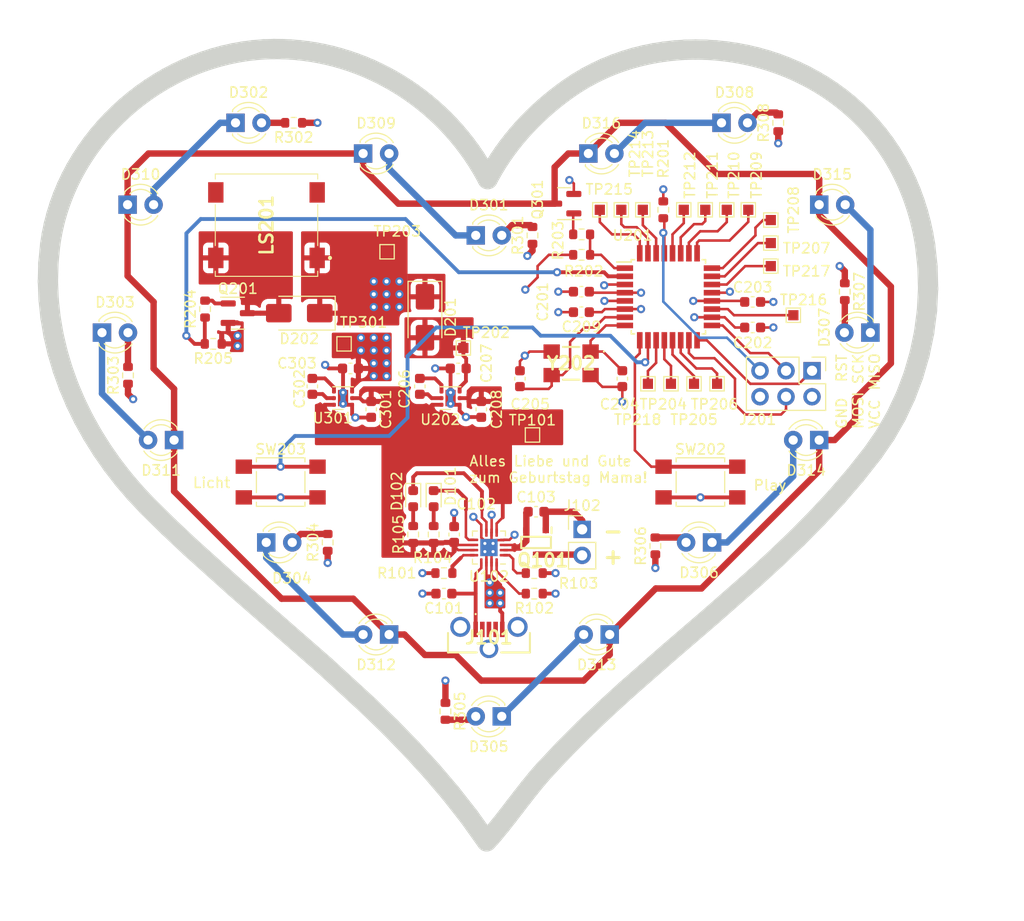
<source format=kicad_pcb>
(kicad_pcb (version 20221018) (generator pcbnew)
  (layers (0 "F.Cu" signal) (1 "In1.Cu" signal) (2 "In2.Cu" signal) (31 "B.Cu" signal) (34 "B.Paste" user) (35 "F.Paste" user) (36 "B.SilkS" user "B.Silkscreen") (37 "F.SilkS" user "F.Silkscreen") (38 "B.Mask" user) (39 "F.Mask" user) (44 "Edge.Cuts" user))
  (net 0 "")
  (net 1 "GND")
  (net 2 "Net-(D301-K)")
  (net 3 "Net-(D301-A)")
  (net 4 "Net-(D302-K)")
  (net 5 "Net-(D302-A)")
  (net 6 "Net-(D303-K)")
  (net 7 "Net-(D303-A)")
  (net 8 "Net-(D304-K)")
  (net 9 "Net-(D304-A)")
  (net 10 "Net-(D305-K)")
  (net 11 "Net-(D305-A)")
  (net 12 "Net-(D306-K)")
  (net 13 "Net-(D306-A)")
  (net 14 "Net-(D307-K)")
  (net 15 "Net-(D307-A)")
  (net 16 "Net-(D308-K)")
  (net 17 "Net-(D308-A)")
  (net 18 "VD")
  (net 19 "/Digital/PD3(INT1)")
  (net 20 "/Digital/PD4(T0)")
  (net 21 "+5V")
  (net 22 "Net-(U201-XTAL2{slash}PB7)")
  (net 23 "/Digital/PD5(T1)\\PLAY")
  (net 24 "/Digital/PD6(AIN0)\\LIGHT")
  (net 25 "/Digital/PD7(AIN1)")
  (net 26 "/Digital/PB0(ICP)")
  (net 27 "/Digital/PB1(OC1)")
  (net 28 "/Digital/PB2(SS)")
  (net 29 "/Digital/PB3(MOSI)")
  (net 30 "/Digital/PB4(MISO)")
  (net 31 "/Digital/PB5(SCK)")
  (net 32 "/Digital/ADC6")
  (net 33 "/Digital/ADC7")
  (net 34 "/Digital/PC0(ADC0)")
  (net 35 "/Digital/PC1(ADC1)")
  (net 36 "/Digital/PC2(ADC2)")
  (net 37 "/Digital/PC3(ADC3)")
  (net 38 "/Digital/PC4(ADC4)")
  (net 39 "/Digital/PC5(ADC5)")
  (net 40 "/Digital/PC6(NRST)")
  (net 41 "/Digital/PD0(RXD)")
  (net 42 "/Digital/PD1(TXD)")
  (net 43 "/Digital/PD2(INT0)")
  (net 44 "VCC")
  (net 45 "Net-(D309-K)")
  (net 46 "Net-(U202-CP+)")
  (net 47 "Net-(U202-CP-)")
  (net 48 "Net-(Q201-G)")
  (net 49 "Net-(D202-A)")
  (net 50 "/Digital/PWM_OUT")
  (net 51 "/VIN")
  (net 52 "Net-(U301-CP+)")
  (net 53 "Net-(U301-CP-)")
  (net 56 "Net-(U201-XTAL1{slash}PB6)")
  (net 57 "/CHG")
  (net 58 "Net-(D101-A)")
  (net 59 "/PGOOD")
  (net 60 "Net-(D102-A)")
  (net 61 "Net-(U102-ILIM)")
  (net 62 "Net-(U102-ISET)")
  (net 63 "Net-(U102-TS)")
  (net 70 "/VBUS")
  (net 71 "/VBAT_POS")
  (net 72 "/VBAT")
  (footprint "Capacitor_SMD:C_0603_1608Metric" (layer "F.Cu") (at 144.75 116 180)
    (fp_text reference "C207")
    (fp_text value "4u7")
  )
  (footprint "Capacitor_SMD:C_0603_1608Metric" (layer "F.Cu") (at 130.5 117.75 -90)
    (fp_text reference "C302")
    (fp_text value "4u7")
  )
  (footprint "LED_THT:LED_D3.0mm" (layer "F.Cu") (at 138 142 180)
    (fp_text reference "D312")
    (fp_text value "LED")
  )
  (footprint "Capacitor_SMD:C_0603_1608Metric" (layer "F.Cu") (at 134.225 116 180)
    (fp_text reference "C303")
    (fp_text value "4u7")
  )
  (footprint "Capacitor_SMD:C_0603_1608Metric" (layer "F.Cu") (at 147 120 -90)
    (fp_text reference "C208")
    (fp_text value "4u7")
  )
  (footprint "Capacitor_SMD:C_0603_1608Metric" (layer "F.Cu") (at 150.775 117 90)
    (fp_text reference "C205")
    (fp_text value "22p")
  )
  (footprint "LED_THT:LED_D3.0mm" (layer "F.Cu") (at 149 150 180)
    (fp_text reference "D305")
    (fp_text value "LED")
  )
  (footprint "LED_THT:LED_D3.0mm" (layer "F.Cu") (at 123 92)
    (fp_text reference "D302")
    (fp_text value "LED")
  )
  (footprint "LED_SMD:LED_0603_1608Metric" (layer "F.Cu") (at 142.35 128.725 -90)
    (fp_text reference "D101")
    (fp_text value "LED")
  )
  (footprint "TestPoint:TestPoint_Pad_1.0x1.0mm" (layer "F.Cu") (at 175.275 106)
    (fp_text reference "TP217")
    (fp_text value "TestPoint")
  )
  (footprint "TestPoint:TestPoint_Pad_1.0x1.0mm" (layer "F.Cu") (at 177.475 110.8)
    (fp_text reference "TP216")
    (fp_text value "TestPoint")
  )
  (footprint "Resistor_SMD:R_0603_1608Metric" (layer "F.Cu") (at 112.5 116.675 90)
    (fp_text reference "R303")
    (fp_text value "200")
  )
  (footprint "Connector_PinHeader_2.54mm:PinHeader_2x03_P2.54mm_Vertical" (layer "F.Cu") (at 179.3 116.225 -90)
    (fp_text reference "J201")
    (fp_text value "Conn_02x03_Odd_Even")
  )
  (footprint "Resistor_SMD:R_0603_1608Metric" (layer "F.Cu") (at 152.175 138 180)
    (fp_text reference "R102")
    (fp_text value "4k32")
  )
  (footprint "Crystal:830030819" (layer "F.Cu") (at 155.775 115.5 180)
    (fp_text reference "Y202")
    (fp_text value "Crystal_GND24" hide)
  )
  (footprint "Capacitor_SMD:C_0603_1608Metric" (layer "F.Cu") (at 143.35 138 180)
    (fp_text reference "C101")
    (fp_text value "4u7")
  )
  (footprint "Resistor_SMD:R_0603_1608Metric" (layer "F.Cu") (at 132 133 90)
    (fp_text reference "R304")
    (fp_text value "200")
  )
  (footprint "LED_THT:LED_D3.0mm" (layer "F.Cu") (at 180 100)
    (fp_text reference "D315")
    (fp_text value "LED")
  )
  (footprint "Resistor_SMD:R_0603_1608Metric" (layer "F.Cu") (at 120.025 110.2 90)
    (fp_text reference "R204")
    (fp_text value "200")
  )
  (footprint "Package_SON:WSON-6-1EP_2x2mm_P0.65mm_EP1x1.6mm_ThermalVias" (layer "F.Cu") (at 144 118.9 180)
    (fp_text reference "U202")
    (fp_text value "TPS60151DRV")
  )
  (footprint "TestPoint:TestPoint_Pad_1.0x1.0mm" (layer "F.Cu") (at 168.875 100.5)
    (fp_text reference "TP211")
    (fp_text value "TestPoint")
  )
  (footprint "Resistor_SMD:R_0603_1608Metric" (layer "F.Cu") (at 143.5 149.5 -90)
    (fp_text reference "R305")
    (fp_text value "200")
  )
  (footprint "LED_THT:LED_D3.0mm" (layer "F.Cu") (at 117 123 180)
    (fp_text reference "D311")
    (fp_text value "LED")
  )
  (footprint "Speaker:CMT103285SMTTR" (layer "F.Cu") (at 126.025 102 -90)
    (fp_text reference "LS201")
    (fp_text value "CMT-1032-85-SMT-TR" hide)
  )
  (footprint "Package_DFN_QFN:VQFN-16-1EP_3x3mm_P0.5mm_EP1.68x1.68mm_ThermalVias" (layer "F.Cu") (at 147.75 133.5 180)
    (fp_text reference "U102")
    (fp_text value "BQ24230RGT")
  )
  (footprint "Capacitor_SMD:C_0603_1608Metric" (layer "F.Cu") (at 141 117.75 -90)
    (fp_text reference "C206")
    (fp_text value "4u7")
  )
  (footprint "TestPoint:TestPoint_Pad_1.0x1.0mm" (layer "F.Cu") (at 163.275 117.5)
    (fp_text reference "TP218")
    (fp_text value "TestPoint")
  )
  (footprint "Package_TO_SOT_SMD:SOT-23" (layer "F.Cu") (at 123.225 110.6)
    (fp_text reference "Q201")
    (fp_text value "2N7002H")
  )
  (footprint "TestPoint:TestPoint_Pad_1.0x1.0mm" (layer "F.Cu") (at 166.775 100.5)
    (fp_text reference "TP212")
    (fp_text value "TestPoint")
  )
  (footprint "Resistor_SMD:R_0603_1608Metric" (layer "F.Cu") (at 182.5 108.5 -90)
    (fp_text reference "R307")
    (fp_text value "200")
  )
  (footprint "Resistor_SMD:R_0603_1608Metric" (layer "F.Cu") (at 128.675 92 180)
    (fp_text reference "R302")
    (fp_text value "200")
  )
  (footprint "Diode_SMD:D_SMA" (layer "F.Cu") (at 141.5 111 -90)
    (fp_text reference "D201")
    (fp_text value "B120-E3")
  )
  (footprint "Resistor_SMD:R_0603_1608Metric" (layer "F.Cu") (at 164 133.345 90)
    (fp_text reference "R306")
    (fp_text value "200")
  )
  (footprint "LED_THT:LED_D3.0mm" (layer "F.Cu") (at 157.46 95)
    (fp_text reference "D316")
    (fp_text value "LED")
  )
  (footprint "Resistor_SMD:R_0603_1608Metric" (layer "F.Cu") (at 120.825 113.6 180)
    (fp_text reference "R205")
    (fp_text value "10k")
  )
  (footprint "Resistor_SMD:R_0603_1608Metric" (layer "F.Cu") (at 152 103 90)
    (fp_text reference "R301")
    (fp_text value "200")
  )
  (footprint "LED_THT:LED_D3.0mm" (layer "F.Cu") (at 109.96 112.5)
    (fp_text reference "D303")
    (fp_text value "LED")
  )
  (footprint "Button_Switch_SMD:SW_SPST_TL3305A" (layer "F.Cu") (at 127.41 127.1)
    (fp_text reference "SW203")
    (fp_text value "SW_SPST")
  )
  (footprint "TestPoint:TestPoint_Pad_1.0x1.0mm" (layer "F.Cu") (at 162.775 100.5)
    (fp_text reference "TP213")
    (fp_text value "TestPoint")
  )
  (footprint "Diode_SMD:D_SMA" (layer "F.Cu") (at 129.225 110.6 180)
    (fp_text reference "D202")
    (fp_text value "B120-E3")
  )
  (footprint "Resistor_SMD:R_0603_1608Metric" (layer "F.Cu") (at 156.8 104.9 180)
    (fp_text reference "R202")
    (fp_text value "10k")
  )
  (footprint "Package_QFP:TQFP-32_7x7mm_P0.8mm" (layer "F.Cu") (at 165.275 109)
    (fp_text reference "U201")
    (fp_text value "ATmega328P-A")
  )
  (footprint "Resistor_SMD:R_0603_1608Metric" (layer "F.Cu") (at 152.175 136 180)
    (fp_text reference "R103")
    (fp_text value "10k")
  )
  (footprint "LED_THT:LED_D3.0mm" (layer "F.Cu") (at 126 133)
    (fp_text reference "D304")
    (fp_text value "LED")
  )
  (footprint "LED_THT:LED_D3.0mm" (layer "F.Cu") (at 180 123 180)
    (fp_text reference "D314")
    (fp_text value "LED")
  )
  (footprint "Resistor_SMD:R_0603_1608Metric" (layer "F.Cu") (at 140.35 132.225 90)
    (fp_text reference "R105")
    (fp_text value "1k")
  )
  (footprint "LED_THT:LED_D3.0mm" (layer "F.Cu") (at 169.54 133 180)
    (fp_text reference "D306")
    (fp_text value "LED")
  )
  (footprint "TestPoint:TestPoint_Pad_1.0x1.0mm" (layer "F.Cu") (at 167.775 117.5)
    (fp_text reference "TP205")
    (fp_text value "TestPoint")
  )
  (footprint "Resistor_SMD:R_0603_1608Metric" (layer "F.Cu") (at 143.35 136)
    (fp_text reference "R101")
    (fp_text value "2k94")
  )
  (footprint "LED_THT:LED_D3.0mm" (layer "F.Cu") (at 112.46 100)
    (fp_text reference "D310")
    (fp_text value "LED")
  )
  (footprint "Capacitor_SMD:C_0603_1608Metric" (layer "F.Cu") (at 156.775 110.5 180)
    (fp_text reference "C209")
    (fp_text value "100n")
  )
  (footprint "Connector_PinHeader_2.54mm:PinHeader_1x02_P2.54mm_Vertical" (layer "F.Cu") (at 156.85 131.725)
    (fp_text reference "J102")
    (fp_text value "Conn_01x02_Socket")
  )
  (footprint "Resistor_SMD:R_0603_1608Metric" (layer "F.Cu") (at 164.775 100.5 90)
    (fp_text reference "R201")
    (fp_text value "10k")
  )
  (footprint "TestPoint:TestPoint_Pad_1.0x1.0mm" (layer "F.Cu") (at 145.25 114)
    (fp_text reference "TP202")
    (fp_text value "TestPoint")
  )
  (footprint "TestPoint:TestPoint_Pad_1.0x1.0mm" (layer "F.Cu") (at 137.8 104.6)
    (fp_text reference "TP203")
    (fp_text value "TestPoint")
  )
  (footprint "Package_SON:WSON-6-1EP_2x2mm_P0.65mm_EP1x1.6mm_ThermalVias" (layer "F.Cu") (at 133.5 118.9 180)
    (fp_text reference "U301")
    (fp_text value "TPS60151DRV")
  )
  (footprint "Capacitor_SMD:C_0603_1608Metric" (layer "F.Cu") (at 173.5 109.5)
    (fp_text reference "C203")
    (fp_text value "100n")
  )
  (footprint "LED_THT:LED_D3.0mm" (layer "F.Cu") (at 185 112.5 180)
    (fp_text reference "D307")
    (fp_text value "LED")
  )
  (footprint "TestPoint:TestPoint_Pad_1.0x1.0mm" (layer "F.Cu") (at 170.975 100.5)
    (fp_text reference "TP210")
    (fp_text value "TestPoint")
  )
  (footprint "TestPoint:TestPoint_Pad_1.0x1.0mm" (layer "F.Cu") (at 170.025 117.5)
    (fp_text reference "TP206")
    (fp_text value "TestPoint")
  )
  (footprint "TestPoint:TestPoint_Pad_1.0x1.0mm" (layer "F.Cu") (at 173.075 100.5)
    (fp_text reference "TP209")
    (fp_text value "TestPoint")
  )
  (footprint "Capacitor_SMD:C_0603_1608Metric" (layer "F.Cu") (at 152.35 130)
    (fp_text reference "C103")
    (fp_text value "4u7")
  )
  (footprint "TestPoint:TestPoint_Pad_1.0x1.0mm" (layer "F.Cu") (at 133.6 113.6)
    (fp_text reference "TP301")
    (fp_text value "TestPoint")
  )
  (footprint "Button_Switch_SMD:SW_SPST_TL3305A" (layer "F.Cu") (at 168.4 127.1)
    (fp_text reference "SW202")
    (fp_text value "SW_SPST")
  )
  (footprint "TestPoint:TestPoint_Pad_1.0x1.0mm" (layer "F.Cu") (at 165.525 117.5)
    (fp_text reference "TP204")
    (fp_text value "TestPoint")
  )
  (footprint "LED_THT:LED_D3.0mm" (layer "F.Cu") (at 170.46 92)
    (fp_text reference "D308")
    (fp_text value "LED")
  )
  (footprint "Capacitor_SMD:C_0603_1608Metric" (layer "F.Cu") (at 144.35 132.225 90)
    (fp_text reference "C102")
    (fp_text value "4u7")
  )
  (footprint "PMOS:SOTFL95P240X88-3N" (layer "F.Cu") (at 152.35 133 -90)
    (fp_text reference "Q101")
    (fp_text value "SSM3J358R,LF" hide)
  )
  (footprint "Capacitor_SMD:C_0603_1608Metric" (layer "F.Cu") (at 173.5 112)
    (fp_text reference "C202")
    (fp_text value "100n")
  )
  (footprint "LED_THT:LED_D3.0mm" (layer "F.Cu") (at 159.54 142 180)
    (fp_text reference "D313")
    (fp_text value "LED")
  )
  (footprint "TestPoint:TestPoint_Pad_1.0x1.0mm" (layer "F.Cu") (at 175.275 103.75)
    (fp_text reference "TP207")
    (fp_text value "TestPoint")
  )
  (footprint "Capacitor_SMD:C_0603_1608Metric" (layer "F.Cu") (at 136.25 120 -90)
    (fp_text reference "C301")
    (fp_text value "4u7")
  )
  (footprint "Resistor_SMD:R_0603_1608Metric" (layer "F.Cu") (at 176 92 90)
    (fp_text reference "R308")
    (fp_text value "200")
  )
  (footprint "Resistor_SMD:R_0603_1608Metric" (layer "F.Cu") (at 156.8 102.9 180)
    (fp_text reference "R203")
    (fp_text value "200")
  )
  (footprint "LED_THT:LED_D3.0mm" (layer "F.Cu") (at 146.46 103)
    (fp_text reference "D301")
    (fp_text value "LED")
  )
  (footprint "TestPoint:TestPoint_Pad_1.0x1.0mm" (layer "F.Cu") (at 160.675 100.5)
    (fp_text reference "TP214")
    (fp_text value "TestPoint")
  )
  (footprint "Package_TO_SOT_SMD:SOT-23" (layer "F.Cu") (at 155.1 99.9 180)
    (fp_text reference "Q301")
    (fp_text value "2N7002H")
  )
  (footprint "TestPoint:TestPoint_Pad_1.0x1.0mm" (layer "F.Cu") (at 175.275 101.5)
    (fp_text reference "TP208")
    (fp_text value "TestPoint")
  )
  (footprint "LED_SMD:LED_0603_1608Metric" (layer "F.Cu") (at 140.35 128.725 -90)
    (fp_text reference "D102")
    (fp_text value "LED")
  )
  (footprint "LED_THT:LED_D3.0mm" (layer "F.Cu") (at 135.46 95)
    (fp_text reference "D309")
    (fp_text value "LED")
  )
  (footprint "TestPoint:TestPoint_Pad_1.0x1.0mm" (layer "F.Cu") (at 158.575 100.5)
    (fp_text reference "TP215")
    (fp_text value "TestPoint")
  )
  (footprint "Capacitor_SMD:C_0603_1608Metric" (layer "F.Cu") (at 156.775 108.5 180)
    (fp_text reference "C201")
    (fp_text value "100n")
  )
  (footprint "Resistor_SMD:R_0603_1608Metric" (layer "F.Cu") (at 142.35 132.225 90)
    (fp_text reference "R104")
    (fp_text value "1k")
  )
  (footprint "Capacitor_SMD:C_0603_1608Metric" (layer "F.Cu") (at 160.775 117 -90)
    (fp_text reference "C204")
    (fp_text value "22p")
  )
  (footprint "GMC_USBMicroB:GMCB05B11124H1EU" (layer "F.Cu") (at 147.75 142.25)
    (fp_text reference "J101")
    (fp_text value "GMCB05B11124H1EU" hide)
  )
  (footprint "TestPoint:TestPoint_Pad_1.0x1.0mm" (layer "F.Cu") (at 152 122.5)
    (fp_text reference "TP101")
    (fp_text value "TestPoint" hide)
  )
  (gr_line (start 165.349999 143.728305) (end 169.593798 140.077835) (stroke (width 1.984374)) (layer "Edge.Cuts"))
  (gr_line (start 189.651741 100.7825) (end 189.330675 99.762892) (stroke (width 1.984374)) (layer "Edge.Cuts"))
  (gr_line (start 187.5314 120.621156) (end 188.443275 118.680309) (stroke (width 1.984374)) (layer "Edge.Cuts"))
  (gr_line (start 178.644719 87.387258) (end 177.732813 86.948718) (stroke (width 1.984374)) (layer "Edge.Cuts"))
  (gr_line (start 110.909663 91.770528) (end 110.240507 92.491093) (stroke (width 1.984374)) (layer "Edge.Cuts"))
  (gr_line (start 188.963128 98.758718) (end 188.54864 97.771832) (stroke (width 1.984374)) (layer "Edge.Cuts"))
  (gr_line (start 153.170667 155.245765) (end 155.0822 153.20731) (stroke (width 1.984374)) (layer "Edge.Cuts"))
  (gr_line (start 116.356624 87.592108) (end 115.506343 88.088433) (stroke (width 1.984374)) (layer "Edge.Cuts"))
  (gr_line (start 119.947986 85.983261) (end 119.02435 86.32676) (stroke (width 1.984374)) (layer "Edge.Cuts"))
  (gr_line (start 128.386995 84.836055) (end 127.572763 84.798029) (stroke (width 1.984374)) (layer "Edge.Cuts"))
  (gr_line (start 138.974793 88.241388) (end 138.28828 87.834979) (stroke (width 1.984374)) (layer "Edge.Cuts"))
  (gr_line (start 169.935679 84.923305) (end 168.926819 84.859985) (stroke (width 1.984374)) (layer "Edge.Cuts"))
  (gr_line (start 107.392475 96.48466) (end 106.93201 97.353665) (stroke (width 1.984374)) (layer "Edge.Cuts"))
  (gr_line (start 155.534764 88.644604) (end 154.928231 89.083814) (stroke (width 1.984374)) (layer "Edge.Cuts"))
  (gr_line (start 145.818907 159.813756) (end 147.524158 162.202611) (stroke (width 1.984374)) (layer "Edge.Cuts"))
  (gr_line (start 140.164668 153.151585) (end 142.12888 155.297883) (stroke (width 1.984374)) (layer "Edge.Cuts"))
  (gr_line (start 145.4641 94.102516) (end 144.966444 93.473207) (stroke (width 1.984374)) (layer "Edge.Cuts"))
  (gr_line (start 125.755006 84.822794) (end 124.762448 84.903388) (stroke (width 1.984374)) (layer "Edge.Cuts"))
  (gr_line (start 136.151475 86.756694) (end 135.415597 86.445858) (stroke (width 1.984374)) (layer "Edge.Cuts"))
  (gr_line (start 122.94758 137.388051) (end 131.753108 145.085718) (stroke (width 1.984374)) (layer "Edge.Cuts"))
  (gr_line (start 149.558642 159.755378) (end 150.264313 158.83948) (stroke (width 1.984374)) (layer "Edge.Cuts"))
  (gr_line (start 181.251161 88.942843) (end 180.405794 88.38462) (stroke (width 1.984374)) (layer "Edge.Cuts"))
  (gr_line (start 147.524158 162.202611) (end 147.853169 161.841641) (stroke (width 1.984374)) (layer "Edge.Cuts"))
  (gr_line (start 188.54864 97.771832) (end 188.086753 96.804087) (stroke (width 1.984374)) (layer "Edge.Cuts"))
  (gr_line (start 190.156267 102.860597) (end 189.926786 101.815686) (stroke (width 1.984374)) (layer "Edge.Cuts"))
  (gr_line (start 133.912288 85.899981) (end 133.146145 85.665907) (stroke (width 1.984374)) (layer "Edge.Cuts"))
  (gr_line (start 143.353728 91.694281) (end 142.778385 91.139252) (stroke (width 1.984374)) (layer "Edge.Cuts"))
  (gr_line (start 130.797485 85.12495) (end 130 85) (stroke (width 1.984374)) (layer "Edge.Cuts"))
  (gr_line (start 150.554837 93.166687) (end 150.078606 93.744472) (stroke (width 1.984374)) (layer "Edge.Cuts"))
  (gr_line (start 169.593798 140.077835) (end 173.790525 136.384757) (stroke (width 1.984374)) (layer "Edge.Cuts"))
  (gr_line (start 110.97026 125.4226) (end 112.050804 126.818725) (stroke (width 1.984374)) (layer "Edge.Cuts"))
  (gr_line (start 190.247061 112.48645) (end 190.525462 110.347506) (stroke (width 1.984374)) (layer "Edge.Cuts"))
  (gr_line (start 189.202293 116.667686) (end 189.80478 114.598122) (stroke (width 1.984374)) (layer "Edge.Cuts"))
  (gr_line (start 148.865379 160.635465) (end 149.558642 159.755378) (stroke (width 1.984374)) (layer "Edge.Cuts"))
  (gr_line (start 140.305325 89.121771) (end 139.647356 88.67048) (stroke (width 1.984374)) (layer "Edge.Cuts"))
  (gr_line (start 143.910614 92.268606) (end 143.353728 91.694281) (stroke (width 1.984374)) (layer "Edge.Cuts"))
  (gr_line (start 151.048368 92.603307) (end 150.554837 93.166687) (stroke (width 1.984374)) (layer "Edge.Cuts"))
  (gr_line (start 150.078606 93.744472) (end 149.620381 94.336414) (stroke (width 1.984374)) (layer "Edge.Cuts"))
  (gr_line (start 173.790525 136.384757) (end 175.845159 134.496562) (stroke (width 1.984374)) (layer "Edge.Cuts"))
  (gr_line (start 113.19754 128.159651) (end 114.40619 129.441627) (stroke (width 1.984374)) (layer "Edge.Cuts"))
  (gr_line (start 136.049266 149.034066) (end 138.134703 151.066859) (stroke (width 1.984374)) (layer "Edge.Cuts"))
  (gr_line (start 165.90024 84.930356) (end 164.897719 85.041588) (stroke (width 1.984374)) (layer "Edge.Cuts"))
  (gr_line (start 122.802887 85.203324) (end 121.838624 85.42042) (stroke (width 1.984374)) (layer "Edge.Cuts"))
  (gr_line (start 109.960188 123.975026) (end 110.97026 125.4226) (stroke (width 1.984374)) (layer "Edge.Cuts"))
  (gr_line (start 136.875977 87.092148) (end 136.151475 86.756694) (stroke (width 1.984374)) (layer "Edge.Cuts"))
  (gr_line (start 151.558495 92.054579) (end 151.048368 92.603307) (stroke (width 1.984374)) (layer "Edge.Cuts"))
  (gr_line (start 142.12888 155.297883) (end 144.017054 157.515393) (stroke (width 1.984374)) (layer "Edge.Cuts"))
  (gr_line (start 110.240507 92.491093) (end 109.602707 93.239204) (stroke (width 1.984374)) (layer "Edge.Cuts"))
  (gr_line (start 104.676792 107.494894) (end 104.746802 109.250636) (stroke (width 1.984374)) (layer "Edge.Cuts"))
  (gr_line (start 131.753108 145.085718) (end 136.049266 149.034066) (stroke (width 1.984374)) (layer "Edge.Cuts"))
  (gr_line (start 183.528762 126.426418) (end 185.263774 124.228185) (stroke (width 1.984374)) (layer "Edge.Cuts"))
  (gr_line (start 180.405794 88.38462) (end 179.536346 87.865992) (stroke (width 1.984374)) (layer "Edge.Cuts"))
  (gr_line (start 112.336563 90.416522) (end 111.608805 91.07863) (stroke (width 1.984374)) (layer "Edge.Cuts"))
  (gr_line (start 138.134703 151.066859) (end 140.164668 153.151585) (stroke (width 1.984374)) (layer "Edge.Cuts"))
  (gr_line (start 105.222329 112.716558) (end 105.619287 114.419237) (stroke (width 1.984374)) (layer "Edge.Cuts"))
  (gr_line (start 144.448401 92.861743) (end 143.910614 92.268606) (stroke (width 1.984374)) (layer "Edge.Cuts"))
  (gr_line (start 176.80253 86.55067) (end 175.855771 86.193416) (stroke (width 1.984374)) (layer "Edge.Cuts"))
  (gr_line (start 155.0822 153.20731) (end 157.054983 151.230101) (stroke (width 1.984374)) (layer "Edge.Cuts"))
  (gr_line (start 105.048316 102.965479) (end 104.893671 103.956605) (stroke (width 1.984374)) (layer "Edge.Cuts"))
  (gr_line (start 108.426657 94.813574) (end 107.891148 95.637589) (stroke (width 1.984374)) (layer "Edge.Cuts"))
  (gr_line (start 160.0182 86.269541) (end 159.082221 86.651586) (stroke (width 1.984374)) (layer "Edge.Cuts"))
  (gr_line (start 151.704796 156.98585) (end 152.435568 156.090915) (stroke (width 1.984374)) (layer "Edge.Cuts"))
  (gr_line (start 185.050244 92.317392) (end 184.353798 91.56569) (stroke (width 1.984374)) (layer "Edge.Cuts"))
  (gr_line (start 150.264313 158.83948) (end 150.980371 157.909171) (stroke (width 1.984374)) (layer "Edge.Cuts"))
  (gr_line (start 148.186544 161.458343) (end 148.865379 160.635465) (stroke (width 1.984374)) (layer "Edge.Cuts"))
  (gr_line (start 187.577006 95.857339) (end 187.018941 94.933441) (stroke (width 1.984374)) (layer "Edge.Cuts"))
  (gr_line (start 164.897719 85.041588) (end 163.901535 85.197207) (stroke (width 1.984374)) (layer "Edge.Cuts"))
  (gr_line (start 129.196289 84.90354) (end 128.386995 84.836055) (stroke (width 1.984374)) (layer "Edge.Cuts"))
  (gr_line (start 147.853169 161.841641) (end 148.186544 161.458343) (stroke (width 1.984374)) (layer "Edge.Cuts"))
  (gr_line (start 183.623766 90.852084) (end 182.862048 90.176874) (stroke (width 1.984374)) (layer "Edge.Cuts"))
  (gr_line (start 177.732813 86.948718) (end 176.80253 86.55067) (stroke (width 1.984374)) (layer "Edge.Cuts"))
  (gr_line (start 107.395593 119.361128) (end 108.168576 120.940539) (stroke (width 1.984374)) (layer "Edge.Cuts"))
  (gr_line (start 108.168576 120.940539) (end 109.024867 122.479756) (stroke (width 1.984374)) (layer "Edge.Cuts"))
  (gr_line (start 185.263774 124.228185) (end 186.470341 122.475393) (stroke (width 1.984374)) (layer "Edge.Cuts"))
  (gr_line (start 150.980371 157.909171) (end 151.704796 156.98585) (stroke (width 1.984374)) (layer "Edge.Cuts"))
  (gr_line (start 166.907198 84.863211) (end 165.90024 84.930356) (stroke (width 1.984374)) (layer "Edge.Cuts"))
  (gr_line (start 146.828307 96.092666) (end 146.395675 95.412729) (stroke (width 1.984374)) (layer "Edge.Cuts"))
  (gr_line (start 163.901535 85.197207) (end 162.91359 85.397512) (stroke (width 1.984374)) (layer "Edge.Cuts"))
  (gr_line (start 189.926786 101.815686) (end 189.651741 100.7825) (stroke (width 1.984374)) (layer "Edge.Cuts"))
  (gr_line (start 185.75602 93.161613) (end 185.050244 92.317392) (stroke (width 1.984374)) (layer "Edge.Cuts"))
  (gr_line (start 127.572763 84.798029) (end 126.754235 84.789945) (stroke (width 1.984374)) (layer "Edge.Cuts"))
  (gr_line (start 142.778385 91.139252) (end 142.185229 90.604002) (stroke (width 1.984374)) (layer "Edge.Cuts"))
  (gr_line (start 188.086753 96.804087) (end 187.577006 95.857339) (stroke (width 1.984374)) (layer "Edge.Cuts"))
  (gr_line (start 106.131184 99.152991) (end 105.793564 100.081067) (stroke (width 1.984374)) (layer "Edge.Cuts"))
  (gr_line (start 135.415597 86.445858) (end 134.668987 86.160126) (stroke (width 1.984374)) (layer "Edge.Cuts"))
  (gr_line (start 152.802703 155.660779) (end 153.170667 155.245765) (stroke (width 1.984374)) (layer "Edge.Cuts"))
  (gr_line (start 179.814809 130.585506) (end 181.708963 128.542101) (stroke (width 1.984374)) (layer "Edge.Cuts"))
  (gr_line (start 152.08451 91.520752) (end 151.558495 92.054579) (stroke (width 1.984374)) (layer "Edge.Cuts"))
  (gr_line (start 106.511123 98.243483) (end 106.131184 99.152991) (stroke (width 1.984374)) (layer "Edge.Cuts"))
  (gr_line (start 106.710198 117.745273) (end 107.395593 119.361128) (stroke (width 1.984374)) (layer "Edge.Cuts"))
  (gr_line (start 147.981653 96.840779) (end 147.624042 97.499779) (stroke (width 1.984374)) (layer "Edge.Cuts"))
  (gr_line (start 190.575928 106.047136) (end 190.340645 103.915379) (stroke (width 1.984374)) (layer "Edge.Cuts"))
  (gr_line (start 144.966444 93.473207) (end 144.448401 92.861743) (stroke (width 1.984374)) (layer "Edge.Cuts"))
  (gr_line (start 115.506343 88.088433) (end 114.677826 88.620159) (stroke (width 1.984374)) (layer "Edge.Cuts"))
  (gr_line (start 147.237977 96.78851) (end 146.828307 96.092666) (stroke (width 1.984374)) (layer "Edge.Cuts"))
  (gr_line (start 124.762448 84.903388) (end 123.777952 85.030606) (stroke (width 1.984374)) (layer "Edge.Cuts"))
  (gr_line (start 118.602736 133.484494) (end 122.94758 137.388051) (stroke (width 1.984374)) (layer "Edge.Cuts"))
  (gr_line (start 182.070546 89.540361) (end 181.251161 88.942843) (stroke (width 1.984374)) (layer "Edge.Cuts"))
  (gr_line (start 120.886534 85.680774) (end 119.947986 85.983261) (stroke (width 1.984374)) (layer "Edge.Cuts"))
  (gr_line (start 104.724322 105.728966) (end 104.676792 107.494894) (stroke (width 1.984374)) (layer "Edge.Cuts"))
  (gr_line (start 132.371201 85.458388) (end 131.5881 85.277908) (stroke (width 1.984374)) (layer "Edge.Cuts"))
  (gr_line (start 142.185229 90.604002) (end 141.574905 90.089016) (stroke (width 1.984374)) (layer "Edge.Cuts"))
  (gr_line (start 161.935785 85.642803) (end 160.970021 85.933379) (stroke (width 1.984374)) (layer "Edge.Cuts"))
  (gr_line (start 147.624042 97.499779) (end 147.237977 96.78851) (stroke (width 1.984374)) (layer "Edge.Cuts"))
  (gr_line (start 105.619287 114.419237) (end 106.11667 116.096726) (stroke (width 1.984374)) (layer "Edge.Cuts"))
  (gr_line (start 112.050804 126.818725) (end 113.19754 128.159651) (stroke (width 1.984374)) (layer "Edge.Cuts"))
  (gr_line (start 186.470341 122.475393) (end 187.5314 120.621156) (stroke (width 1.984374)) (layer "Edge.Cuts"))
  (gr_line (start 131.5881 85.277908) (end 130.797485 85.12495) (stroke (width 1.984374)) (layer "Edge.Cuts"))
  (gr_line (start 149.180868 94.942263) (end 148.760771 95.561773) (stroke (width 1.984374)) (layer "Edge.Cuts"))
  (gr_line (start 172.935647 85.369402) (end 171.941994 85.178313) (stroke (width 1.984374)) (layer "Edge.Cuts"))
  (gr_line (start 153.750836 90.011157) (end 153.181387 90.498792) (stroke (width 1.984374)) (layer "Edge.Cuts"))
  (gr_line (start 148.760771 95.561773) (end 148.360798 96.194694) (stroke (width 1.984374)) (layer "Edge.Cuts"))
  (gr_line (start 105.499632 101.026588) (end 105.250759 101.988433) (stroke (width 1.984374)) (layer "Edge.Cuts"))
  (gr_line (start 184.353798 91.56569) (end 183.623766 90.852084) (stroke (width 1.984374)) (layer "Edge.Cuts"))
  (gr_line (start 118.116998 86.710149) (end 117.227299 87.132306) (stroke (width 1.984374)) (layer "Edge.Cuts"))
  (gr_line (start 134.668987 86.160126) (end 133.912288 85.899981) (stroke (width 1.984374)) (layer "Edge.Cuts"))
  (gr_line (start 161.142577 147.418337) (end 165.349999 143.728305) (stroke (width 1.984374)) (layer "Edge.Cuts"))
  (gr_line (start 106.93201 97.353665) (end 106.511123 98.243483) (stroke (width 1.984374)) (layer "Edge.Cuts"))
  (gr_line (start 146.395675 95.412729) (end 145.940725 94.749185) (stroke (width 1.984374)) (layer "Edge.Cuts"))
  (gr_line (start 189.330675 99.762892) (end 188.963128 98.758718) (stroke (width 1.984374)) (layer "Edge.Cuts"))
  (gr_line (start 119.02435 86.32676) (end 118.116998 86.710149) (stroke (width 1.984374)) (layer "Edge.Cuts"))
  (gr_line (start 113.091565 89.785326) (end 112.336563 90.416522) (stroke (width 1.984374)) (layer "Edge.Cuts"))
  (gr_line (start 153.181387 90.498792) (end 152.625709 91.002073) (stroke (width 1.984374)) (layer "Edge.Cuts"))
  (gr_line (start 157.265399 87.554529) (end 156.388358 88.076025) (stroke (width 1.984374)) (layer "Edge.Cuts"))
  (gr_line (start 140.948056 89.594778) (end 140.305325 89.121771) (stroke (width 1.984374)) (layer "Edge.Cuts"))
  (gr_line (start 154.333353 89.539415) (end 153.750836 90.011157) (stroke (width 1.984374)) (layer "Edge.Cuts"))
  (gr_line (start 189.80478 114.598122) (end 190.247061 112.48645) (stroke (width 1.984374)) (layer "Edge.Cuts"))
  (gr_line (start 188.443275 118.680309) (end 189.202293 116.667686) (stroke (width 1.984374)) (layer "Edge.Cuts"))
  (gr_line (start 167.916691 84.839854) (end 166.907198 84.863211) (stroke (width 1.984374)) (layer "Edge.Cuts"))
  (gr_line (start 137.58846 87.451738) (end 136.875977 87.092148) (stroke (width 1.984374)) (layer "Edge.Cuts"))
  (gr_line (start 121.838624 85.42042) (end 120.886534 85.680774) (stroke (width 1.984374)) (layer "Edge.Cuts"))
  (gr_line (start 105.793564 100.081067) (end 105.499632 101.026588) (stroke (width 1.984374)) (layer "Edge.Cuts"))
  (gr_line (start 186.412099 94.034248) (end 185.75602 93.161613) (stroke (width 1.984374)) (layer "Edge.Cuts"))
  (gr_line (start 179.536346 87.865992) (end 178.644719 87.387258) (stroke (width 1.984374)) (layer "Edge.Cuts"))
  (gr_line (start 182.862048 90.176874) (end 182.070546 89.540361) (stroke (width 1.984374)) (layer "Edge.Cuts"))
  (gr_line (start 152.625709 91.002073) (end 152.08451 91.520752) (stroke (width 1.984374)) (layer "Edge.Cuts"))
  (gr_line (start 109.024867 122.479756) (end 109.960188 123.975026) (stroke (width 1.984374)) (layer "Edge.Cuts"))
  (gr_line (start 159.082221 86.651586) (end 158.163987 87.079816) (stroke (width 1.984374)) (layer "Edge.Cuts"))
  (gr_line (start 170.941371 85.029514) (end 169.935679 84.923305) (stroke (width 1.984374)) (layer "Edge.Cuts"))
  (gr_line (start 109.602707 93.239204) (end 108.997634 94.013739) (stroke (width 1.984374)) (layer "Edge.Cuts"))
  (gr_line (start 168.926819 84.859985) (end 167.916691 84.839854) (stroke (width 1.984374)) (layer "Edge.Cuts"))
  (gr_line (start 138.28828 87.834979) (end 137.58846 87.451738) (stroke (width 1.984374)) (layer "Edge.Cuts"))
  (gr_line (start 105.250759 101.988433) (end 105.048316 102.965479) (stroke (width 1.984374)) (layer "Edge.Cuts"))
  (gr_line (start 116.480785 131.485294) (end 118.602736 133.484494) (stroke (width 1.984374)) (layer "Edge.Cuts"))
  (gr_line (start 117.227299 87.132306) (end 116.356624 87.592108) (stroke (width 1.984374)) (layer "Edge.Cuts"))
  (gr_line (start 114.40619 129.441627) (end 116.480785 131.485294) (stroke (width 1.984374)) (layer "Edge.Cuts"))
  (gr_line (start 181.708963 128.542101) (end 183.528762 126.426418) (stroke (width 1.984374)) (layer "Edge.Cuts"))
  (gr_line (start 149.620381 94.336414) (end 149.180868 94.942263) (stroke (width 1.984374)) (layer "Edge.Cuts"))
  (gr_line (start 106.11667 116.096726) (end 106.710198 117.745273) (stroke (width 1.984374)) (layer "Edge.Cuts"))
  (gr_line (start 126.754255 84.789945) (end 125.755006 84.822794) (stroke (width 1.984374)) (layer "Edge.Cuts"))
  (gr_line (start 157.054983 151.230101) (end 159.078586 149.303867) (stroke (width 1.984374)) (layer "Edge.Cuts"))
  (gr_line (start 158.163987 87.079816) (end 157.265399 87.554529) (stroke (width 1.984374)) (layer "Edge.Cuts"))
  (gr_line (start 114.677826 88.620159) (end 113.872443 89.186164) (stroke (width 1.984374)) (layer "Edge.Cuts"))
  (gr_line (start 133.146145 85.665907) (end 132.371201 85.458388) (stroke (width 1.984374)) (layer "Edge.Cuts"))
  (gr_line (start 107.891148 95.637589) (end 107.392475 96.48466) (stroke (width 1.984374)) (layer "Edge.Cuts"))
  (gr_line (start 141.574905 90.089016) (end 140.948056 89.594778) (stroke (width 1.984374)) (layer "Edge.Cuts"))
  (gr_line (start 144.017054 157.515393) (end 145.818907 159.813756) (stroke (width 1.984374)) (layer "Edge.Cuts"))
  (gr_line (start 173.920428 85.602482) (end 172.935647 85.369402) (stroke (width 1.984374)) (layer "Edge.Cuts"))
  (gr_line (start 177.85673 132.566902) (end 179.814809 130.585506) (stroke (width 1.984374)) (layer "Edge.Cuts"))
  (gr_line (start 154.928231 89.083814) (end 154.333353 89.539415) (stroke (width 1.984374)) (layer "Edge.Cuts"))
  (gr_line (start 113.872443 89.186164) (end 113.091565 89.785326) (stroke (width 1.984374)) (layer "Edge.Cuts"))
  (gr_line (start 159.078586 149.303867) (end 161.142577 147.418337) (stroke (width 1.984374)) (layer "Edge.Cuts"))
  (gr_line (start 104.893671 103.956605) (end 104.724322 105.728966) (stroke (width 1.984374)) (layer "Edge.Cuts"))
  (gr_line (start 152.435568 156.090915) (end 152.802703 155.660779) (stroke (width 1.984374)) (layer "Edge.Cuts"))
  (gr_line (start 130 85) (end 129.196289 84.90354) (stroke (width 1.984374)) (layer "Edge.Cuts"))
  (gr_line (start 145.940725 94.749185) (end 145.4641 94.102516) (stroke (width 1.984374)) (layer "Edge.Cuts"))
  (gr_line (start 190.340645 103.915379) (end 190.156267 102.860597) (stroke (width 1.984374)) (layer "Edge.Cuts"))
  (gr_line (start 104.930075 110.992441) (end 105.222329 112.716558) (stroke (width 1.984374)) (layer "Edge.Cuts"))
  (gr_line (start 175.845159 134.496562) (end 177.85673 132.566902) (stroke (width 1.984374)) (layer "Edge.Cuts"))
  (gr_line (start 190.636309 108.196123) (end 190.575928 106.047136) (stroke (width 1.984374)) (layer "Edge.Cuts"))
  (gr_line (start 111.608805 91.07863) (end 110.909663 91.770528) (stroke (width 1.984374)) (layer "Edge.Cuts"))
  (gr_line (start 160.970021 85.933379) (end 160.0182 86.269541) (stroke (width 1.984374)) (layer "Edge.Cuts"))
  (gr_line (start 123.777952 85.030606) (end 122.802887 85.203324) (stroke (width 1.984374)) (layer "Edge.Cuts"))
  (gr_line (start 148.360798 96.194694) (end 147.981653 96.840779) (stroke (width 1.984374)) (layer "Edge.Cuts"))
  (gr_line (start 187.018941 94.933441) (end 186.412099 94.034248) (stroke (width 1.984374)) (layer "Edge.Cuts"))
  (gr_line (start 190.525462 110.347506) (end 190.636309 108.196123) (stroke (width 1.984374)) (layer "Edge.Cuts"))
  (gr_line (start 175.855771 86.193416) (end 174.894436 85.877253) (stroke (width 1.984374)) (layer "Edge.Cuts"))
  (gr_line (start 104.746802 109.250636) (end 104.930075 110.992441) (stroke (width 1.984374)) (layer "Edge.Cuts"))
  (gr_line (start 139.647356 88.67048) (end 138.974793 88.241388) (stroke (width 1.984374)) (layer "Edge.Cuts"))
  (gr_line (start 162.91359 85.397512) (end 161.935785 85.642803) (stroke (width 1.984374)) (layer "Edge.Cuts"))
  (gr_line (start 174.894436 85.877253) (end 173.920428 85.602482) (stroke (width 1.984374)) (layer "Edge.Cuts"))
  (gr_line (start 171.941994 85.178313) (end 170.941371 85.029514) (stroke (width 1.984374)) (layer "Edge.Cuts"))
  (gr_line (start 156.388358 88.076025) (end 155.534764 88.644604) (stroke (width 1.984374)) (layer "Edge.Cuts"))
  (gr_line (start 108.997634 94.013739) (end 108.426657 94.813574) (stroke (width 1.984374)) (layer "Edge.Cuts"))
  (gr_text "Alles Liebe und Gute \nzum Geburtstag Mama!" (at 145.75 127.25) (layer "F.SilkS") (effects (font (size 1 1)) (justify left bottom)))
  (gr_text "GND  RST\nMOSI SCK\nVCC	MISO" (at 186 122 90) (layer "F.SilkS") (effects (font (size 1 1)) (justify left bottom)))
  (gr_text "+" (at 158.75 135.25) (layer "F.SilkS") (effects (font (size 1.5 1.5) (thickness 0.3) bold) (justify left bottom)))
  (gr_text "Play" (at 173.5 128) (layer "F.SilkS") (effects (font (size 1 1)) (justify left bottom)))
  (gr_text "Licht" (at 118.75 127.75) (layer "F.SilkS") (effects (font (size 1 1)) (justify left bottom)))
  (gr_text "-" (at 158.75 132.75) (layer "F.SilkS") (effects (font (size 1.5 1.5) (thickness 0.3) bold) (justify left bottom)))
  (segment (start 151.325 114.75) (end 151.725 114.35) (width 0.25) (layer "F.Cu") (net 1))
  (segment (start 147 132.0375) (end 147 132.522) (width 0.25) (layer "F.Cu") (net 1))
  (segment (start 147 132.522) (end 147.35 132.872) (width 0.25) (layer "F.Cu") (net 1))
  (segment (start 164.8 128.6) (end 168.4 128.6) (width 0.375) (layer "F.Cu") (net 1))
  (segment (start 151.25 114.825) (end 151.25 114.75) (width 0.25) (layer "F.Cu") (net 1))
  (segment (start 131.75 115.65) (end 132.1 116) (width 0.375) (layer "F.Cu") (net 1))
  (segment (start 144 117.25) (end 144 116.025) (width 0.375) (layer "F.Cu") (net 1))
  (segment (start 147.5 134.05) (end 147.35 133.9) (width 0.25) (layer "F.Cu") (net 1))
  (segment (start 127.4 128.6) (end 123.81 128.6) (width 0.375) (layer "F.Cu") (net 1))
  (segment (start 149.05 141.5) (end 149.05 139.906) (width 0.375) (layer "F.Cu") (net 1))
  (segment (start 149.75 132.75) (end 149.2125 132.75) (width 0.25) (layer "F.Cu") (net 1))
  (segment (start 148 136.316) (end 148.082 136.398) (width 0.25) (layer "F.Cu") (net 1))
  (segment (start 151.725 114.35) (end 153.875 114.35) (width 0.25) (layer "F.Cu") (net 1))
  (segment (start 148 132.95) (end 148.15 133.1) (width 0.25) (layer "F.Cu") (net 1))
  (segment (start 150.775 116.225) (end 150.775 115.3) (width 0.25) (layer "F.Cu") (net 1))
  (segment (start 159 107.8755) (end 159.0755 107.8) (width 0.25) (layer "F.Cu") (net 1))
  (segment (start 169.525 108.6) (end 171.175 108.6) (width 0.25) (layer "F.Cu") (net 1))
  (segment (start 150.775 115.3) (end 151.25 114.825) (width 0.25) (layer "F.Cu") (net 1))
  (segment (start 148 134.05) (end 148.15 133.9) (width 0.25) (layer "F.Cu") (net 1))
  (segment (start 133.5 116.05) (end 133.45 116) (width 0.375) (layer "F.Cu") (net 1))
  (segment (start 144.1 119.55) (end 144 119.45) (width 0.375) (layer "F.Cu") (net 1))
  (segment (start 133.5 118.35) (end 133.5 116.05) (width 0.375) (layer "F.Cu") (net 1))
  (segment (start 148.475 132.775) (end 148.15 133.1) (width 0.25) (layer "F.Cu") (net 1))
  (segment (start 160.75 117.8) (end 158.825 117.8) (width 0.25) (layer "F.Cu") (net 1))
  (segment (start 131.01 128.6) (end 127.4 128.6) (width 0.375) (layer "F.Cu") (net 1))
  (segment (start 156.0375 98.95) (end 156.0375 97.9375) (width 0.25) (layer "F.Cu") (net 1))
  (segment (start 155.6 97.6) (end 155.6 97.5) (width 0.25) (layer "F.Cu") (net 1))
  (segment (start 136.225 120.8) (end 136.25 120.775) (width 0.375) (layer "F.Cu") (net 1))
  (segment (start 156.85 131.725) (end 156.85 130.85) (width 0.625) (layer "F.Cu") (net 1))
  (segment (start 134.7 120.8) (end 134.3875 120.4875) (width 0.375) (layer "F.Cu") (net 1))
  (segment (start 147.5 134.9625) (end 147.5 136.324) (width 0.25) (layer "F.Cu") (net 1))
  (segment (start 149.2125 132.75) (end 149.1875 132.775) (width 0.25) (layer "F.Cu") (net 1))
  (segment (start 174.275 109.5) (end 175.525 109.5) (width 0.25) (layer "F.Cu") (net 1))
  (segment (start 153.3 130.175) (end 153.3 131.812) (width 0.625) (layer "F.Cu") (net 1))
  (segment (start 160.775 117.775) (end 160.775 119.225) (width 0.25) (layer "F.Cu") (net 1))
  (segment (start 148.844 137.16) (end 148.008 136.324) (width 0.375) (layer "F.Cu") (net 1))
  (segment (start 153.125 130) (end 153.3 130.175) (width 0.625) (layer "F.Cu") (net 1))
  (segment (start 155.6 97.5) (end 155.7 97.6) (width 0.25) (layer "F.Cu") (net 1))
  (segment (start 149.1875 132.775) (end 148.475 132.775) (width 0.25) (layer "F.Cu") (net 1))
  (segment (start 146.2245 130.5) (end 147 131.2755) (width 0.25) (layer "F.Cu") (net 1))
  (segment (start 145.5 120.75) (end 146.975 120.75) (width 0.375) (layer "F.Cu") (net 1))
  (segment (start 144.8875 119.55) (end 144.1 119.55) (width 0.375) (layer "F.Cu") (net 1))
  (segment (start 147.5 136.324) (end 147.574 136.398) (width 0.25) (layer "F.Cu") (net 1))
  (segment (start 148 134.9625) (end 148 136.316) (width 0.25) (layer "F.Cu") (net 1))
  (segment (start 168.4 128.6) (end 172 128.6) (width 0.375) (layer "F.Cu") (net 1))
  (segment (start 133.5 119.45) (end 133.6 119.55) (width 0.375) (layer "F.Cu") (net 1))
  (segment (start 148.844 138.938) (end 148.844 137.922) (width 0.375) (layer "F.Cu") (net 1))
  (segment (start 147.35 132.872) (end 147.35 133.1) (width 0.25) (layer "F.Cu") (net 1))
  (segment (start 149.05 139.906) (end 148.844 139.7) (width 0.375) (layer "F.Cu") (net 1))
  (segment (start 155.7 97.6) (end 155.6 97.6) (width 0.25) (layer "F.Cu") (net 1))
  (segment (start 144 116.025) (end 143.975 116) (width 0.375) (layer "F.Cu") (net 1))
  (segment (start 148 132.0375) (end 148 132.95) (width 0.25) (layer "F.Cu") (net 1))
  (segment (start 147.5 134.9625) (end 147.5 134.05) (width 0.25) (layer "F.Cu") (net 1))
  (segment (start 133.6 119.55) (end 134.3875 119.55) (width 0.375) (layer "F.Cu") (net 1))
  (segment (start 171.175 108.6) (end 171.275 108.5) (width 0.25) (layer "F.Cu") (net 1))
  (segment (start 156 110.5) (end 154.525 110.5) (width 0.25) (layer "F.Cu") (net 1))
  (segment (start 156 108.5) (end 154.525 108.5) (width 0.25) (layer "F.Cu") (net 1))
  (segment (start 151.25 114.75) (end 151.325 114.75) (width 0.25) (layer "F.Cu") (net 1))
  (segment (start 134.7 120.8) (end 136.225 120.8) (width 0.375) (layer "F.Cu") (net 1))
  (segment (start 144.8875 120.1375) (end 144.8875 119.55) (width 0.375) (layer "F.Cu") (net 1))
  (segment (start 148.0125 132.025) (end 148 132.0375) (width 0.25) (layer "F.Cu") (net 1))
  (segment (start 160.75 119.25) (end 160.775 119.225) (width 0.25) (layer "F.Cu") (net 1))
  (segment (start 148.0125 130.302) (end 148.0125 132.025) (width 0.25) (layer "F.Cu") (net 1))
  (segment (start 132.1 116) (end 133.45 116) (width 0.375) (layer "F.Cu") (net 1))
  (segment (start 156 130) (end 153.125 130) (width 0.625) (layer "F.Cu") (net 1))
  (segment (start 146.975 120.75) (end 147 120.775) (width 0.375) (layer "F.Cu") (net 1))
  (segment (start 148 134.9625) (end 148 134.05) (width 0.25) (layer "F.Cu") (net 1))
  (segment (start 142.525 136) (end 141.25 136) (width 0.375) (layer "F.Cu") (net 1))
  (segment (start 159.0755 107.8) (end 161.025 107.8) (width 0.25) (layer "F.Cu") (net 1))
  (segment (start 148.844 137.922) (end 148.844 137.16) (width 0.375) (layer "F.Cu") (net 1))
  (segment (start 144 118.35) (end 144 117.25) (width 0.375) (layer "F.Cu") (net 1))
  (segment (start 142.5 116) (end 143.975 116) (width 0.375) (layer "F.Cu") (net 1))
  (segment (start 160.775 117.775) (end 160.75 117.8) (width 0.25) (layer "F.Cu") (net 1))
  (segment (start 150.25 132.25) (end 149.75 132.75) (width 0.25) (layer "F.Cu") (net 1))
  (segment (start 144.35 130.1) (end 144.35 131.45) (width 0.375) (layer "F.Cu") (net 1))
  (segment (start 142.575 138) (end 141.25 138) (width 0.375) (layer "F.Cu") (net 1))
  (segment (start 134.3875 120.4875) (end 134.3875 119.55) (width 0.375) (layer "F.Cu") (net 1))
  (segment (start 174.275 112) (end 175.525 112) (width 0.25) (layer "F.Cu") (net 1))
  (segment (start 156.0375 97.9375) (end 155.7 97.6) (width 0.25) (layer "F.Cu") (net 1))
  (segment (start 147 131.2755) (end 147 132.0375) (width 0.25) (layer "F.Cu") (net 1))
  (segment (start 148.008 136.324) (end 147.5 136.324) (width 0.375) (layer "F.Cu") (net 1))
  (segment (start 145.5 120.75) (end 144.8875 120.1375) (width 0.375) (layer "F.Cu") (net 1))
  (segment (start 148.844 139.7) (end 148.844 138.938) (width 0.375) (layer "F.Cu") (net 1))
  (segment (start 153 138) (end 154.25 138) (width 0.375) (layer "F.Cu") (net 1))
  (segment (start 156.85 130.85) (end 156 130) (width 0.625) (layer "F.Cu") (net 1))
  (segment (start 158.825 117.8) (end 157.675 116.65) (width 0.25) (layer "F.Cu") (net 1))
  (segment (start 159.025 109.4) (end 161.025 109.4) (width 0.25) (layer "F.Cu") (net 1))
  (segment (start 153 136) (end 154.25 136) (width 0.375) (layer "F.Cu") (net 1))
  (via (at 123.2 113.8) (size 0.8) (drill 0.4) (layers "F.Cu" "B.Cu") (net 1))
  (via (at 168.4 128.6) (size 0.8) (drill 0.4) (layers "F.Cu" "B.Cu") (net 1))
  (via (at 141.25 136) (size 0.8) (drill 0.4) (layers "F.Cu" "B.Cu") (net 1))
  (via (at 150.25 132.25) (size 0.8) (drill 0.4) (layers "F.Cu" "B.Cu") (net 1))
  (via (at 146.2245 130.5) (size 0.8) (drill 0.4) (layers "F.Cu" "B.Cu") (net 1))
  (via (at 141.25 138) (size 0.8) (drill 0.4) (layers "F.Cu" "B.Cu") (net 1))
  (via (at 154.25 138) (size 0.8) (drill 0.4) (layers "F.Cu" "B.Cu") (net 1))
  (via (at 175.525 112) (size 0.8) (drill 0.4) (layers "F.Cu" "B.Cu") (net 1))
  (via (at 131.75 115.65) (size 0.8) (drill 0.4) (layers "F.Cu" "B.Cu") (net 1))
  (via (at 175.525 109.5) (size 0.8) (drill 0.4) (layers "F.Cu" "B.Cu") (net 1))
  (via (at 159.025 109.4) (size 0.8) (drill 0.4) (layers "F.Cu" "B.Cu") (net 1))
  (via (at 145.5 120.75) (size 0.8) (drill 0.4) (layers "F.Cu" "B.Cu") (net 1))
  (via (at 144.35 130.1) (size 0.8) (drill 0.4) (layers "F.Cu" "B.Cu") (net 1))
  (via (at 151.25 114.75) (size 0.8) (drill 0.4) (layers "F.Cu" "B.Cu") (net 1))
  (via (at 159 107.8755) (size 0.8) (drill 0.4) (layers "F.Cu" "B.Cu") (net 1))
  (via (at 155.6 97.6) (size 0.8) (drill 0.4) (layers "F.Cu" "B.Cu") (net 1))
  (via (at 148.844 138.938) (size 0.8) (drill 0.4) (layers "F.Cu" "B.Cu") (net 1))
  (via (at 154.25 136) (size 0.8) (drill 0.4) (layers "F.Cu" "B.Cu") (net 1))
  (via (at 171.275 108.5) (size 0.8) (drill 0.4) (layers "F.Cu" "B.Cu") (net 1))
  (via (at 154.525 108.5) (size 0.8) (drill 0.4) (layers "F.Cu" "B.Cu") (net 1))
  (via (at 148.0125 130.302) (size 0.8) (drill 0.4) (layers "F.Cu" "B.Cu") (net 1))
  (via (at 142.5 116) (size 0.8) (drill 0.4) (layers "F.Cu" "B.Cu") (net 1))
  (via (at 147.828 137.922) (size 0.8) (drill 0.4) (layers "F.Cu" "B.Cu") (net 1))
  (via (at 127.4 128.6) (size 0.8) (drill 0.4) (layers "F.Cu" "B.Cu") (net 1))
  (via (at 147.828 138.938) (size 0.8) (drill 0.4) (layers "F.Cu" "B.Cu") (net 1))
  (via (at 134.7 120.8) (size 0.8) (drill 0.4) (layers "F.Cu" "B.Cu") (net 1))
  (via (at 147.828 136.906) (size 0.8) (drill 0.4) (layers "F.Cu" "B.Cu") (net 1))
  (via (at 123.2 112.8) (size 0.8) (drill 0.4) (layers "F.Cu" "B.Cu") (net 1))
  (via (at 148.844 137.922) (size 0.8) (drill 0.4) (layers "F.Cu" "B.Cu") (net 1))
  (via (at 160.75 119.25) (size 0.8) (drill 0.4) (layers "F.Cu" "B.Cu") (net 1))
  (via (at 154.525 110.5) (size 0.8) (drill 0.4) (layers "F.Cu" "B.Cu") (net 1))
  (segment (start 144.5 103) (end 146.46 103) (width 0.625) (layer "B.Cu") (net 2))
  (segment (start 138 95) (end 138 96.5) (width 0.625) (layer "B.Cu") (net 2))
  (segment (start 138 96.5) (end 144.5 103) (width 0.625) (layer "B.Cu") (net 2))
  (segment (start 151.825 102) (end 152 102.175) (width 0.625) (layer "F.Cu") (net 3))
  (segment (start 150 102) (end 151.825 102) (width 0.625) (layer "F.Cu") (net 3))
  (segment (start 149 103) (end 150 102) (width 0.625) (layer "F.Cu") (net 3))
  (segment (start 115 100) (end 115 98.5) (width 0.625) (layer "B.Cu") (net 4))
  (segment (start 115 98.5) (end 121.5 92) (width 0.625) (layer "B.Cu") (net 4))
  (segment (start 121.5 92) (end 123 92) (width 0.625) (layer "B.Cu") (net 4))
  (segment (start 125.54 92) (end 127.85 92) (width 0.625) (layer "F.Cu") (net 5))
  (segment (start 114.46 123) (end 114.46 122.96) (width 0.625) (layer "B.Cu") (net 6))
  (segment (start 109.96 118.46) (end 109.96 112.5) (width 0.625) (layer "B.Cu") (net 6))
  (segment (start 114.46 122.96) (end 109.96 118.46) (width 0.625) (layer "B.Cu") (net 6))
  (segment (start 112.5 115.85) (end 112.5 112.5) (width 0.625) (layer "F.Cu") (net 7))
  (segment (start 133.5 142) (end 126 134.5) (width 0.625) (layer "B.Cu") (net 8))
  (segment (start 126 134.5) (end 126 133) (width 0.625) (layer "B.Cu") (net 8))
  (segment (start 135.46 142) (end 133.5 142) (width 0.625) (layer "B.Cu") (net 8))
  (segment (start 132 132.175) (end 129.365 132.175) (width 0.625) (layer "F.Cu") (net 9))
  (segment (start 129.365 132.175) (end 128.54 133) (width 0.625) (layer "F.Cu") (net 9))
  (segment (start 157 142) (end 149 150) (width 0.625) (layer "B.Cu") (net 10))
  (segment (start 146.135 150.325) (end 146.46 150) (width 0.625) (layer "F.Cu") (net 11))
  (segment (start 143.5 150.325) (end 146.135 150.325) (width 0.625) (layer "F.Cu") (net 11))
  (segment (start 177.46 126.54) (end 171 133) (width 0.625) (layer "B.Cu") (net 12))
  (segment (start 177.46 123) (end 177.46 126.54) (width 0.625) (layer "B.Cu") (net 12))
  (segment (start 171 133) (end 169.54 133) (width 0.625) (layer "B.Cu") (net 12))
  (segment (start 166.52 132.52) (end 167 133) (width 0.625) (layer "F.Cu") (net 13))
  (segment (start 164 132.52) (end 166.52 132.52) (width 0.625) (layer "F.Cu") (net 13))
  (segment (start 185 102.46) (end 182.54 100) (width 0.625) (layer "B.Cu") (net 14))
  (segment (start 185 112.5) (end 185 102.46) (width 0.625) (layer "B.Cu") (net 14))
  (segment (start 182.5 109.325) (end 182.5 112.46) (width 0.625) (layer "F.Cu") (net 15))
  (segment (start 182.5 112.46) (end 182.46 112.5) (width 0.625) (layer "F.Cu") (net 15))
  (segment (start 163 92) (end 170.46 92) (width 0.625) (layer "B.Cu") (net 16))
  (segment (start 160 95) (end 163 92) (width 0.625) (layer "B.Cu") (net 16))
  (segment (start 175.825 91) (end 176 91.175) (width 0.625) (layer "F.Cu") (net 17))
  (segment (start 174 91) (end 175.825 91) (width 0.625) (layer "F.Cu") (net 17))
  (segment (start 173 92) (end 174 91) (width 0.625) (layer "F.Cu") (net 17))
  (segment (start 143.5 148.675) (end 143.5 146.5) (width 0.625) (layer "F.Cu") (net 18))
  (segment (start 112.5 117.5) (end 112.5 118.5) (width 0.625) (layer "F.Cu") (net 18))
  (segment (start 135 117.25) (end 135 116) (width 0.375) (layer "F.Cu") (net 18))
  (segment (start 182.5 106.5) (end 182 106) (width 0.625) (layer "F.Cu") (net 18))
  (segment (start 176 92.825) (end 176 94) (width 0.625) (layer "F.Cu") (net 18))
  (segment (start 132 133.825) (end 132 135) (width 0.625) (layer "F.Cu") (net 18))
  (segment (start 152 103.825) (end 152 104.5) (width 0.625) (layer "F.Cu") (net 18))
  (segment (start 129.5 92) (end 131 92) (width 0.625) (layer "F.Cu") (net 18))
  (segment (start 182.5 107.675) (end 182.5 106.5) (width 0.625) (layer "F.Cu") (net 18))
  (segment (start 152 104.5) (end 151.5 105) (width 0.625) (layer "F.Cu") (net 18))
  (segment (start 134.3875 117.8625) (end 135 117.25) (width 0.375) (layer "F.Cu") (net 18))
  (segment (start 112.5 118.5) (end 113 119) (width 0.625) (layer "F.Cu") (net 18))
  (segment (start 134.3875 118.25) (end 134.3875 117.8625) (width 0.375) (layer "F.Cu") (net 18))
  (segment (start 164 134.17) (end 164 135.5) (width 0.625) (layer "F.Cu") (net 18))
  (via (at 136.5 113) (size 0.8) (drill 0.4) (layers "F.Cu" "B.Cu") (net 18))
  (via (at 135.25 113) (size 0.8) (drill 0.4) (layers "F.Cu" "B.Cu") (net 18))
  (via (at 137.75 113) (size 0.8) (drill 0.4) (layers "F.Cu" "B.Cu") (net 18))
  (via (at 164 135.5) (size 0.8) (drill 0.4) (layers "F.Cu" "B.Cu") (net 18))
  (via (at 136.5 116.75) (size 0.8) (drill 0.4) (layers "F.Cu" "B.Cu") (net 18))
  (via (at 135.25 114.25) (size 0.8) (drill 0.4) (layers "F.Cu" "B.Cu") (net 18))
  (via (at 137.75 115.5) (size 0.8) (drill 0.4) (layers "F.Cu" "B.Cu") (net 18))
  (via (at 176 94) (size 0.8) (drill 0.4) (layers "F.Cu" "B.Cu") (net 18))
  (via (at 151.5 105) (size 0.8) (drill 0.4) (layers "F.Cu" "B.Cu") (net 18))
  (via (at 131 92) (size 0.8) (drill 0.4) (layers "F.Cu" "B.Cu") (net 18))
  (via (at 136.5 114.25) (size 0.8) (drill 0.4) (layers "F.Cu" "B.Cu") (net 18))
  (via (at 143.5 146.5) (size 0.8) (drill 0.4) (layers "F.Cu" "B.Cu") (net 18))
  (via (at 182 106) (size 0.8) (drill 0.4) (layers "F.Cu" "B.Cu") (net 18))
  (via (at 137.75 114.25) (size 0.8) (drill 0.4) (layers "F.Cu" "B.Cu") (net 18))
  (via (at 113 119) (size 0.8) (drill 0.4) (layers "F.Cu" "B.Cu") (net 18))
  (via (at 136.5 115.5) (size 0.8) (drill 0.4) (layers "F.Cu" "B.Cu") (net 18))
  (via (at 137.75 116.75) (size 0.8) (drill 0.4) (layers "F.Cu" "B.Cu") (net 18))
  (via (at 132 135) (size 0.8) (drill 0.4) (layers "F.Cu" "B.Cu") (net 18))
  (segment (start 158.7 104.9) (end 157.625 104.9) (width 0.25) (layer "F.Cu") (net 19))
  (segment (start 157.625 104.9) (end 157.625 102.9) (width 0.25) (layer "F.Cu") (net 19))
  (segment (start 161.025 106.2) (end 160 106.2) (width 0.25) (layer "F.Cu") (net 19))
  (segment (start 160 106.2) (end 158.7 104.9) (width 0.25) (layer "F.Cu") (net 19))
  (segment (start 120 111.05) (end 120.025 111.025) (width 0.375) (layer "F.Cu") (net 20))
  (segment (start 120 113.6) (end 120 111.05) (width 0.375) (layer "F.Cu") (net 20))
  (segment (start 154.4 106.6) (end 158.988694 106.6) (width 0.375) (layer "F.Cu") (net 20))
  (segment (start 158.988694 106.6) (end 159.388694 107) (width 0.375) (layer "F.Cu") (net 20))
  (segment (start 119 113.6) (end 120 113.6) (width 0.375) (layer "F.Cu") (net 20))
  (segment (start 118.2 112.8) (end 119 113.6) (width 0.375) (layer "F.Cu") (net 20))
  (segment (start 159.388694 107) (end 161.025 107) (width 0.375) (layer "F.Cu") (net 20))
  (via (at 154.4 106.6) (size 0.8) (drill 0.4) (layers "F.Cu" "B.Cu") (net 20))
  (via (at 118.2 112.8) (size 0.8) (drill 0.4) (layers "F.Cu" "B.Cu") (net 20))
  (segment (start 118.2 102.8) (end 119.6 101.4) (width 0.375) (layer "B.Cu") (net 20))
  (segment (start 118.2 112.8) (end 118.2 102.8) (width 0.375) (layer "B.Cu") (net 20))
  (segment (start 144.8 106.6) (end 154.4 106.6) (width 0.375) (layer "B.Cu") (net 20))
  (segment (start 119.6 101.4) (end 139.6 101.4) (width 0.375) (layer "B.Cu") (net 20))
  (segment (start 139.6 101.4) (end 144.8 106.6) (width 0.375) (layer "B.Cu") (net 20))
  (segment (start 144.8875 117.8625) (end 145.5 117.25) (width 0.375) (layer "F.Cu") (net 21))
  (segment (start 145.525 116) (end 145.525 115.025) (width 0.375) (layer "F.Cu") (net 21))
  (segment (start 145.5 116.025) (end 145.525 116) (width 0.375) (layer "F.Cu") (net 21))
  (segment (start 145.25 114.75) (end 145.25 114) (width 0.375) (layer "F.Cu") (net 21))
  (segment (start 145.5 117.25) (end 145.5 116.025) (width 0.375) (layer "F.Cu") (net 21))
  (segment (start 144.8875 118.25) (end 144.8875 117.8625) (width 0.375) (layer "F.Cu") (net 21))
  (segment (start 145.525 115.025) (end 145.25 114.75) (width 0.375) (layer "F.Cu") (net 21))
  (segment (start 159.175 111.8) (end 161.025 111.8) (width 0.25) (layer "F.Cu") (net 22))
  (segment (start 157.675 114.35) (end 157.675 113.3) (width 0.25) (layer "F.Cu") (net 22))
  (segment (start 160.775 116.225) (end 158.9 114.35) (width 0.25) (layer "F.Cu") (net 22))
  (segment (start 157.675 113.3) (end 159.175 111.8) (width 0.25) (layer "F.Cu") (net 22))
  (segment (start 158.9 114.35) (end 157.675 114.35) (width 0.25) (layer "F.Cu") (net 22))
  (segment (start 162 115) (end 162 124) (width 0.25) (layer "F.Cu") (net 23))
  (segment (start 163.6 125.6) (end 164.8 125.6) (width 0.25) (layer "F.Cu") (net 23))
  (segment (start 172 125.6) (end 164.8 125.6) (width 0.375) (layer "F.Cu") (net 23))
  (segment (start 162 124) (end 163.6 125.6) (width 0.25) (layer "F.Cu") (net 23))
  (segment (start 162.475 114.525) (end 162 115) (width 0.25) (layer "F.Cu") (net 23))
  (segment (start 162.475 113.25) (end 162.475 114.525) (width 0.25) (layer "F.Cu") (net 23))
  (segment (start 127.4 125.6) (end 123.81 125.6) (width 0.375) (layer "F.Cu") (net 24))
  (segment (start 131.01 125.6) (end 127.4 125.6) (width 0.375) (layer "F.Cu") (net 24))
  (segment (start 163 115.4) (end 163.275 115.125) (width 0.25) (layer "F.Cu") (net 24))
  (segment (start 163.275 115.125) (end 163.275 113.25) (width 0.25) (layer "F.Cu") (net 24))
  (via (at 127.4 125.6) (size 0.8) (drill 0.4) (layers "F.Cu" "B.Cu") (net 24))
  (via (at 163 115.4) (size 0.8) (drill 0.4) (layers "F.Cu" "B.Cu") (net 24))
  (segment (start 152 112) (end 142.6 112) (width 0.375) (layer "B.Cu") (net 24))
  (segment (start 163 115.4) (end 162.2 115.4) (width 0.375) (layer "B.Cu") (net 24))
  (segment (start 162.2 115.4) (end 159.6 112.8) (width 0.375) (layer "B.Cu") (net 24))
  (segment (start 128.8 122.6) (end 127.4 124) (width 0.375) (layer "B.Cu") (net 24))
  (segment (start 152.8 112.8) (end 152 112) (width 0.375) (layer "B.Cu") (net 24))
  (segment (start 142.6 112) (end 139.8 114.8) (width 0.375) (layer "B.Cu") (net 24))
  (segment (start 127.4 124) (end 127.4 125.6) (width 0.375) (layer "B.Cu") (net 24))
  (segment (start 139.8 120.8) (end 138 122.6) (width 0.375) (layer "B.Cu") (net 24))
  (segment (start 159.6 112.8) (end 152.8 112.8) (width 0.375) (layer "B.Cu") (net 24))
  (segment (start 139.8 114.8) (end 139.8 120.8) (width 0.375) (layer "B.Cu") (net 24))
  (segment (start 138 122.6) (end 128.8 122.6) (width 0.375) (layer "B.Cu") (net 24))
  (segment (start 164.075 115.45) (end 163.275 116.25) (width 0.25) (layer "F.Cu") (net 25))
  (segment (start 164.075 113.25) (end 164.075 115.45) (width 0.25) (layer "F.Cu") (net 25))
  (segment (start 163.275 116.25) (end 163.275 117.5) (width 0.25) (layer "F.Cu") (net 25))
  (segment (start 165.525 117.5) (end 165.525 115.75) (width 0.25) (layer "F.Cu") (net 26))
  (segment (start 165.525 115.75) (end 164.875 115.1) (width 0.25) (layer "F.Cu") (net 26))
  (segment (start 164.875 115.1) (end 164.875 113.25) (width 0.25) (layer "F.Cu") (net 26))
  (segment (start 165.675 114.65) (end 167.775 116.75) (width 0.25) (layer "F.Cu") (net 27))
  (segment (start 167.775 116.75) (end 167.775 117.5) (width 0.25) (layer "F.Cu") (net 27))
  (segment (start 165.675 113.25) (end 165.675 114.65) (width 0.25) (layer "F.Cu") (net 27))
  (segment (start 170.025 117.5) (end 170.025 116.5) (width 0.25) (layer "F.Cu") (net 28))
  (segment (start 166.475 114.475) (end 166.475 113.25) (width 0.25) (layer "F.Cu") (net 28))
  (segment (start 169.525 116) (end 168 116) (width 0.25) (layer "F.Cu") (net 28))
  (segment (start 168 116) (end 166.475 114.475) (width 0.25) (layer "F.Cu") (net 28))
  (segment (start 170.025 116.5) (end 169.525 116) (width 0.25) (layer "F.Cu") (net 28))
  (segment (start 167.775 115) (end 167.275 114.5) (width 0.25) (layer "F.Cu") (net 29))
  (segment (start 171.775 117) (end 169.775 115) (width 0.25) (layer "F.Cu") (net 29))
  (segment (start 171.775 119.5) (end 171.775 117) (width 0.25) (layer "F.Cu") (net 29))
  (segment (start 167.275 114.5) (end 167.275 113.25) (width 0.25) (layer "F.Cu") (net 29))
  (segment (start 176.76 118.765) (end 176.76 120.015) (width 0.25) (layer "F.Cu") (net 29))
  (segment (start 176.275 120.5) (end 172.775 120.5) (width 0.25) (layer "F.Cu") (net 29))
  (segment (start 176.76 120.015) (end 176.275 120.5) (width 0.25) (layer "F.Cu") (net 29))
  (segment (start 172.775 120.5) (end 171.775 119.5) (width 0.25) (layer "F.Cu") (net 29))
  (segment (start 169.775 115) (end 167.775 115) (width 0.25) (layer "F.Cu") (net 29))
  (segment (start 178.025 117.5) (end 173.275 117.5) (width 0.25) (layer "F.Cu") (net 30))
  (segment (start 179.3 116.225) (end 178.025 117.5) (width 0.25) (layer "F.Cu") (net 30))
  (segment (start 173.275 117.5) (end 169.025 113.25) (width 0.25) (layer "F.Cu") (net 30))
  (segment (start 169.025 113.25) (end 168.075 113.25) (width 0.25) (layer "F.Cu") (net 30))
  (segment (start 173.275 114.5) (end 170.575 111.8) (width 0.25) (layer "F.Cu") (net 31))
  (segment (start 176.76 116.225) (end 175.035 114.5) (width 0.25) (layer "F.Cu") (net 31))
  (segment (start 175.035 114.5) (end 173.275 114.5) (width 0.25) (layer "F.Cu") (net 31))
  (segment (start 170.575 111.8) (end 169.525 111.8) (width 0.25) (layer "F.Cu") (net 31))
  (segment (start 171.675 110.8) (end 171.075 110.2) (width 0.25) (layer "F.Cu") (net 32))
  (segment (start 177.475 110.8) (end 171.675 110.8) (width 0.25) (layer "F.Cu") (net 32))
  (segment (start 171.075 110.2) (end 169.525 110.2) (width 0.25) (layer "F.Cu") (net 32))
  (segment (start 169.525 107.8) (end 170.975 107.8) (width 0.25) (layer "F.Cu") (net 33))
  (segment (start 172.775 106) (end 175.275 106) (width 0.25) (layer "F.Cu") (net 33))
  (segment (start 170.975 107.8) (end 172.775 106) (width 0.25) (layer "F.Cu") (net 33))
  (segment (start 170.775 107) (end 174.025 103.75) (width 0.25) (layer "F.Cu") (net 34))
  (segment (start 169.525 107) (end 170.775 107) (width 0.25) (layer "F.Cu") (net 34))
  (segment (start 174.025 103.75) (end 175.275 103.75) (width 0.25) (layer "F.Cu") (net 34))
  (segment (start 170.575 106.2) (end 169.525 106.2) (width 0.25) (layer "F.Cu") (net 35))
  (segment (start 173.775 102.25) (end 173.775 103) (width 0.25) (layer "F.Cu") (net 35))
  (segment (start 174.525 101.5) (end 173.775 102.25) (width 0.25) (layer "F.Cu") (net 35))
  (segment (start 173.775 103) (end 170.575 106.2) (width 0.25) (layer "F.Cu") (net 35))
  (segment (start 175.275 101.5) (end 174.525 101.5) (width 0.25) (layer "F.Cu") (net 35))
  (segment (start 173.075 101.675) (end 173.075 100.5) (width 0.25) (layer "F.Cu") (net 36))
  (segment (start 171.25 103.5) (end 173.075 101.675) (width 0.25) (layer "F.Cu") (net 36))
  (segment (start 168.075 103.7) (end 168.275 103.5) (width 0.25) (layer "F.Cu") (net 36))
  (segment (start 168.275 103.5) (end 171.25 103.5) (width 0.25) (layer "F.Cu") (net 36))
  (segment (start 168.075 104.75) (end 168.075 103.7) (width 0.25) (layer "F.Cu") (net 36))
  (segment (start 168.375 102.6) (end 170.075 102.6) (width 0.25) (layer "F.Cu") (net 37))
  (segment (start 170.075 102.6) (end 170.975 101.7) (width 0.25) (layer "F.Cu") (net 37))
  (segment (start 167.275 104.75) (end 167.275 103.7) (width 0.25) (layer "F.Cu") (net 37))
  (segment (start 167.275 103.7) (end 168.375 102.6) (width 0.25) (layer "F.Cu") (net 37))
  (segment (start 170.975 101.7) (end 170.975 100.5) (width 0.25) (layer "F.Cu") (net 37))
  (segment (start 166.475 103.2) (end 167.775 101.9) (width 0.25) (layer "F.Cu") (net 38))
  (segment (start 167.775 101.9) (end 168.575 101.9) (width 0.25) (layer "F.Cu") (net 38))
  (segment (start 166.475 104.75) (end 166.475 103.2) (width 0.25) (layer "F.Cu") (net 38))
  (segment (start 168.875 101.6) (end 168.875 100.5) (width 0.25) (layer "F.Cu") (net 38))
  (segment (start 168.575 101.9) (end 168.875 101.6) (width 0.25) (layer "F.Cu") (net 38))
  (segment (start 165.675 102.9) (end 166.775 101.8) (width 0.25) (layer "F.Cu") (net 39))
  (segment (start 165.675 104.75) (end 165.675 102.9) (width 0.25) (layer "F.Cu") (net 39))
  (segment (start 166.775 101.8) (end 166.775 100.5) (width 0.25) (layer "F.Cu") (net 39))
  (segment (start 164.875 102.65) (end 164.875 101.425) (width 0.25) (layer "F.Cu") (net 40))
  (segment (start 164.775 102.75) (end 164.875 102.65) (width 0.25) (layer "F.Cu") (net 40))
  (segment (start 164.875 101.425) (end 164.775 101.325) (width 0.25) (layer "F.Cu") (net 40))
  (segment (start 164.875 102.85) (end 164.775 102.75) (width 0.25) (layer "F.Cu") (net 40))
  (segment (start 164.875 104.75) (end 164.875 102.85) (width 0.25) (layer "F.Cu") (net 40))
  (via (at 164.775 102.75) (size 0.8) (drill 0.4) (layers "F.Cu" "B.Cu") (net 40))
  (segment (start 170.995 113) (end 168.3 113) (width 0.25) (layer "B.Cu") (net 40))
  (segment (start 174.22 116.225) (end 170.995 113) (width 0.25) (layer "B.Cu") (net 40))
  (segment (start 164.775 109.475) (end 164.775 102.75) (width 0.25) (layer "B.Cu") (net 40))
  (segment (start 168.3 113) (end 164.775 109.475) (width 0.25) (layer "B.Cu") (net 40))
  (segment (start 164.075 103.3) (end 162.775 102) (width 0.25) (layer "F.Cu") (net 41))
  (segment (start 164.075 104.75) (end 164.075 103.3) (width 0.25) (layer "F.Cu") (net 41))
  (segment (start 162.775 102) (end 162.775 100.5) (width 0.25) (layer "F.Cu") (net 41))
  (segment (start 162.175 102.2) (end 160.975 102.2) (width 0.25) (layer "F.Cu") (net 42))
  (segment (start 160.675 101.9) (end 160.675 100.5) (width 0.25) (layer "F.Cu") (net 42))
  (segment (start 163.275 104.75) (end 163.275 103.3) (width 0.25) (layer "F.Cu") (net 42))
  (segment (start 160.975 102.2) (end 160.675 101.9) (width 0.25) (layer "F.Cu") (net 42))
  (segment (start 163.275 103.3) (end 162.175 102.2) (width 0.25) (layer "F.Cu") (net 42))
  (segment (start 159.775 102.9) (end 158.575 101.7) (width 0.25) (layer "F.Cu") (net 43))
  (segment (start 162.475 104.75) (end 162.475 103.5) (width 0.25) (layer "F.Cu") (net 43))
  (segment (start 161.875 102.9) (end 159.775 102.9) (width 0.25) (layer "F.Cu") (net 43))
  (segment (start 158.575 101.7) (end 158.575 100.5) (width 0.25) (layer "F.Cu") (net 43))
  (segment (start 162.475 103.5) (end 161.875 102.9) (width 0.25) (layer "F.Cu") (net 43))
  (segment (start 157.55 110.5) (end 158.775 110.5) (width 0.25) (layer "F.Cu") (net 44))
  (segment (start 159.075 110.2) (end 161.025 110.2) (width 0.25) (layer "F.Cu") (net 44))
  (segment (start 164.775 99.675) (end 164.775 98.5) (width 0.25) (layer "F.Cu") (net 44))
  (segment (start 158.775 110.5) (end 159.075 110.2) (width 0.25) (layer "F.Cu") (net 44))
  (segment (start 157.65 108.6) (end 157.55 108.5) (width 0.25) (layer "F.Cu") (net 44))
  (segment (start 152.5 107.1) (end 152.5 106) (width 0.25) (layer "F.Cu") (net 44))
  (segment (start 151.3 108.3) (end 152.5 107.1) (width 0.25) (layer "F.Cu") (net 44))
  (segment (start 161.025 110.2) (end 162.6 110.2) (width 0.25) (layer "F.Cu") (net 44))
  (segment (start 161.025 108.6) (end 162.6 108.6) (width 0.25) (layer "F.Cu") (net 44))
  (segment (start 169.525 109.4) (end 167.7 109.4) (width 0.25) (layer "F.Cu") (net 44))
  (segment (start 153.6 104.9) (end 155.975 104.9) (width 0.25) (layer "F.Cu") (net 44))
  (segment (start 172.625 109.4) (end 172.725 109.5) (width 0.25) (layer "F.Cu") (net 44))
  (segment (start 169.525 109.4) (end 172.625 109.4) (width 0.25) (layer "F.Cu") (net 44))
  (segment (start 169.525 111) (end 167.8 111) (width 0.25) (layer "F.Cu") (net 44))
  (segment (start 161.025 108.6) (end 157.65 108.6) (width 0.25) (layer "F.Cu") (net 44))
  (segment (start 171.775 112) (end 172.725 112) (width 0.25) (layer "F.Cu") (net 44))
  (segment (start 169.525 111) (end 170.775 111) (width 0.25) (layer "F.Cu") (net 44))
  (segment (start 152.5 106) (end 153.6 104.9) (width 0.25) (layer "F.Cu") (net 44))
  (segment (start 170.775 111) (end 171.775 112) (width 0.25) (layer "F.Cu") (net 44))
  (via (at 136.5 107.5) (size 0.8) (drill 0.4) (layers "F.Cu" "B.Cu") (net 44))
  (via (at 167.8 111) (size 0.8) (drill 0.4) (layers "F.Cu" "B.Cu") (net 44))
  (via (at 162.6 108.6) (size 0.8) (drill 0.4) (layers "F.Cu" "B.Cu") (net 44))
  (via (at 137.75 107.5) (size 0.8) (drill 0.4) (layers "F.Cu" "B.Cu") (net 44))
  (via (at 137.75 110) (size 0.8) (drill 0.4) (layers "F.Cu" "B.Cu") (net 44))
  (via (at 136.5 110) (size 0.8) (drill 0.4) (layers "F.Cu" "B.Cu") (net 44))
  (via (at 167.7 109.4) (size 0.8) (drill 0.4) (layers "F.Cu" "B.Cu") (net 44))
  (via (at 136.5 108.75) (size 0.8) (drill 0.4) (layers "F.Cu" "B.Cu") (net 44))
  (via (at 151.3 108.3) (size 0.8) (drill 0.4) (layers "F.Cu" "B.Cu") (net 44))
  (via (at 137.75 108.75) (size 0.8) (drill 0.4) (layers "F.Cu" "B.Cu") (net 44))
  (via (at 164.775 98.5) (size 0.8) (drill 0.4) (layers "F.Cu" "B.Cu") (net 44))
  (via (at 139 108.75) (size 0.8) (drill 0.4) (layers "F.Cu" "B.Cu") (net 44))
  (via (at 162.6 110.2) (size 0.8) (drill 0.4) (layers "F.Cu" "B.Cu") (net 44))
  (via (at 139 107.5) (size 0.8) (drill 0.4) (layers "F.Cu" "B.Cu") (net 44))
  (via (at 139 110) (size 0.8) (drill 0.4) (layers "F.Cu" "B.Cu") (net 44))
  (segment (start 187 115.5) (end 183.5 119) (width 0.625) (layer "F.Cu") (net 45))
  (segment (start 180 97.5) (end 179.5 97) (width 0.625) (layer "F.Cu") (net 45))
  (segment (start 154.1625 96.3375) (end 155.5 95) (width 0.625) (layer "F.Cu") (net 45))
  (segment (start 154.1625 99.9) (end 154.1625 96.3375) (width 0.625) (layer "F.Cu") (net 45))
  (segment (start 112.46 100) (end 112.46 106.96) (width 0.625) (layer "F.Cu") (net 45))
  (segment (start 159.54 143.96) (end 159.54 142) (width 0.625) (layer "F.Cu") (net 45))
  (segment (start 112.46 97.04) (end 112.46 100) (width 0.625) (layer "F.Cu") (net 45))
  (segment (start 115 109.5) (end 115 116) (width 0.625) (layer "F.Cu") (net 45))
  (segment (start 139.5 142) (end 141.5 144) (width 0.625) (layer "F.Cu") (net 45))
  (segment (start 187 108) (end 187 115.5) (width 0.625) (layer "F.Cu") (net 45))
  (segment (start 155.5 95) (end 157.46 95) (width 0.625) (layer "F.Cu") (net 45))
  (segment (start 159.54 142) (end 164.04 137.5) (width 0.625) (layer "F.Cu") (net 45))
  (segment (start 183.5 119) (end 183.5 121) (width 0.625) (layer "F.Cu") (net 45))
  (segment (start 179.5 97) (end 170 97) (width 0.625) (layer "F.Cu") (net 45))
  (segment (start 115 116) (end 117 118) (width 0.625) (layer "F.Cu") (net 45))
  (segment (start 117 118) (end 117 123) (width 0.625) (layer "F.Cu") (net 45))
  (segment (start 135.46 95) (end 114.5 95) (width 0.625) (layer "F.Cu") (net 45))
  (segment (start 160.46 92) (end 157.46 95) (width 0.625) (layer "F.Cu") (net 45))
  (segment (start 154.1625 99.9) (end 138.9 99.9) (width 0.625) (layer "F.Cu") (net 45))
  (segment (start 138 142) (end 134.5 138.5) (width 0.625) (layer "F.Cu") (net 45))
  (segment (start 147 146.5) (end 157 146.5) (width 0.625) (layer "F.Cu") (net 45))
  (segment (start 180 101) (end 187 108) (width 0.625) (layer "F.Cu") (net 45))
  (segment (start 135.46 96.46) (end 135.46 95) (width 0.625) (layer "F.Cu") (net 45))
  (segment (start 180 100) (end 180 101) (width 0.625) (layer "F.Cu") (net 45))
  (segment (start 183.5 121) (end 181.5 123) (width 0.625) (layer "F.Cu") (net 45))
  (segment (start 138.9 99.9) (end 135.46 96.46) (width 0.625) (layer "F.Cu") (net 45))
  (segment (start 157 146.5) (end 159.54 143.96) (width 0.625) (layer "F.Cu") (net 45))
  (segment (start 117 128) (end 117 123) (width 0.625) (layer "F.Cu") (net 45))
  (segment (start 180 100) (end 180 97.5) (width 0.625) (layer "F.Cu") (net 45))
  (segment (start 170 97) (end 165 92) (width 0.625) (layer "F.Cu") (net 45))
  (segment (start 165 92) (end 160.46 92) (width 0.625) (layer "F.Cu") (net 45))
  (segment (start 127.5 138.5) (end 117 128) (width 0.625) (layer "F.Cu") (net 45))
  (segment (start 144.5 144) (end 147 146.5) (width 0.625) (layer "F.Cu") (net 45))
  (segment (start 114.5 95) (end 112.46 97.04) (width 0.625) (layer "F.Cu") (net 45))
  (segment (start 164.04 137.5) (end 168.5 137.5) (width 0.625) (layer "F.Cu") (net 45))
  (segment (start 181.5 123) (end 180 123) (width 0.625) (layer "F.Cu") (net 45))
  (segment (start 168.5 137.5) (end 180 126) (width 0.625) (layer "F.Cu") (net 45))
  (segment (start 141.5 144) (end 144.5 144) (width 0.625) (layer "F.Cu") (net 45))
  (segment (start 138 142) (end 139.5 142) (width 0.625) (layer "F.Cu") (net 45))
  (segment (start 180 126) (end 180 123) (width 0.625) (layer "F.Cu") (net 45))
  (segment (start 112.46 106.96) (end 115 109.5) (width 0.625) (layer "F.Cu") (net 45))
  (segment (start 134.5 138.5) (end 127.5 138.5) (width 0.625) (layer "F.Cu") (net 45))
  (segment (start 142.475 116.975) (end 141 116.975) (width 0.375) (layer "F.Cu") (net 46))
  (segment (start 143.1125 118.25) (end 143.1125 117.6125) (width 0.375) (layer "F.Cu") (net 46))
  (segment (start 143.1125 117.6125) (end 142.475 116.975) (width 0.375) (layer "F.Cu") (net 46))
  (segment (start 141.775 118.525) (end 142.15 118.9) (width 0.375) (layer "F.Cu") (net 47))
  (segment (start 141 118.525) (end 141.775 118.525) (width 0.375) (layer "F.Cu") (net 47))
  (segment (start 142.15 118.9) (end 143.1125 118.9) (width 0.375) (layer "F.Cu") (net 47))
  (segment (start 121 109.65) (end 122.2875 109.65) (width 0.375) (layer "F.Cu") (net 48))
  (segment (start 120.725 109.375) (end 121 109.65) (width 0.375) (layer "F.Cu") (net 48))
  (segment (start 120.025 109.375) (end 120.725 109.375) (width 0.375) (layer "F.Cu") (net 48))
  (segment (start 155.975 100.9125) (end 156.0375 100.85) (width 0.25) (layer "F.Cu") (net 50))
  (segment (start 155.975 102.9) (end 155.975 100.9125) (width 0.25) (layer "F.Cu") (net 50))
  (segment (start 135.15 118.9) (end 134.3875 118.9) (width 0.375) (layer "F.Cu") (net 51))
  (segment (start 146.2875 133.75) (end 144.75 133.75) (width 0.25) (layer "F.Cu") (net 51))
  (segment (start 142.2 119.55) (end 141.75 120) (width 0.375) (layer "F.Cu") (net 51))
  (segment (start 135.475 119.225) (end 135.15 118.9) (width 0.375) (layer "F.Cu") (net 51))
  (segment (start 145.65 118.9) (end 146 119.25) (width 0.375) (layer "F.Cu") (net 51))
  (segment (start 149.098 130.556) (end 148.5 131.154) (width 0.25) (layer "F.Cu") (net 51))
  (segment (start 131.375 119.875) (end 131.7 119.55) (width 0.375) (layer "F.Cu") (net 51))
  (segment (start 148.5 131.154) (end 148.5 132.0375) (width 0.25) (layer "F.Cu") (net 51))
  (segment (start 132.125 122.5) (end 131.375 121.75) (width 0.375) (layer "F.Cu") (net 51))
  (segment (start 148.225 119.225) (end 147 119.225) (width 0.375) (layer "F.Cu") (net 51))
  (segment (start 147.75 122.75) (end 148.75 121.75) (width 0.375) (layer "F.Cu") (net 51))
  (segment (start 143 122.75) (end 147.75 122.75) (width 0.375) (layer "F.Cu") (net 51))
  (segment (start 146 119.25) (end 146.975 119.25) (width 0.375) (layer "F.Cu") (net 51))
  (segment (start 138 120) (end 138 121.5) (width 0.375) (layer "F.Cu") (net 51))
  (segment (start 144.8875 118.9) (end 145.65 118.9) (width 0.375) (layer "F.Cu") (net 51))
  (segment (start 137 122.5) (end 132.125 122.5) (width 0.375) (layer "F.Cu") (net 51))
  (segment (start 150.346 122.5) (end 148.75 120.904) (width 0.375) (layer "F.Cu") (net 51))
  (segment (start 137.225 119.225) (end 138 120) (width 0.375) (layer "F.Cu") (net 51))
  (segment (start 152 122.5) (end 150.346 122.5) (width 0.375) (layer "F.Cu") (net 51))
  (segment (start 149.098 122.098) (end 148.75 121.75) (width 0.375) (layer "F.Cu") (net 51))
  (segment (start 148.75 121.75) (end 148.75 120.904) (width 0.375) (layer "F.Cu") (net 51))
  (segment (start 144.75 133.75) (end 144.35 133.35) (width 0.25) (layer "F.Cu") (net 51))
  (segment (start 131.7 119.55) (end 132.6125 119.55) (width 0.375) (layer "F.Cu") (net 51))
  (segment (start 149.098 130.556) (end 149.098 122.098) (width 0.375) (layer "F.Cu") (net 51))
  (segment (start 141.75 121.5) (end 143 122.75) (width 0.375) (layer "F.Cu") (net 51))
  (segment (start 136.25 119.225) (end 135.475 119.225) (width 0.375) (layer "F.Cu") (net 51))
  (segment (start 136.25 119.225) (end 137.225 119.225) (width 0.375) (layer "F.Cu") (net 51))
  (segment (start 131.375 121.75) (end 131.375 119.875) (width 0.375) (layer "F.Cu") (net 51))
  (segment (start 143.1125 119.55) (end 142.2 119.55) (width 0.375) (layer "F.Cu") (net 51))
  (segment (start 141.75 120) (end 141.75 121.5) (width 0.375) (layer "F.Cu") (net 51))
  (segment (start 146.975 119.25) (end 147 119.225) (width 0.375) (layer "F.Cu") (net 51))
  (segment (start 138 121.5) (end 137 122.5) (width 0.375) (layer "F.Cu") (net 51))
  (segment (start 144.35 133.35) (end 144.35 133) (width 0.25) (layer "F.Cu") (net 51))
  (segment (start 146.2875 133.25) (end 144.6 133.25) (width 0.25) (layer "F.Cu") (net 51))
  (segment (start 148.75 120.904) (end 148.75 119.75) (width 0.375) (layer "F.Cu") (net 51))
  (segment (start 144.6 133.25) (end 144.35 133) (width 0.25) (layer "F.Cu") (net 51))
  (segment (start 148.75 119.75) (end 148.225 119.225) (width 0.375) (layer "F.Cu") (net 51))
  (segment (start 132.6125 117.8625) (end 131.725 116.975) (width 0.375) (layer "F.Cu") (net 52))
  (segment (start 132.6125 118.25) (end 132.6125 117.8625) (width 0.375) (layer "F.Cu") (net 52))
  (segment (start 131.725 116.975) (end 130.5 116.975) (width 0.375) (layer "F.Cu") (net 52))
  (segment (start 130.5 118.525) (end 130.525 118.5) (width 0.375) (layer "F.Cu") (net 53))
  (segment (start 131.5 118.5) (end 131.9 118.9) (width 0.375) (layer "F.Cu") (net 53))
  (segment (start 130.525 118.5) (end 131.5 118.5) (width 0.375) (layer "F.Cu") (net 53))
  (segment (start 131.9 118.9) (end 132.6125 118.9) (width 0.375) (layer "F.Cu") (net 53))
  (segment (start 130.5 118.525) (end 130.5 118.5) (width 0.25) (layer "F.Cu") (net 53))
  (segment (start 155.675 113.4) (end 157.075 112) (width 0.25) (layer "F.Cu") (net 56))
  (segment (start 157.075 112) (end 158.075 112) (width 0.25) (layer "F.Cu") (net 56))
  (segment (start 154.925 116.65) (end 155.675 115.9) (width 0.25) (layer "F.Cu") (net 56))
  (segment (start 151 118) (end 153.575 118) (width 0.25) (layer "F.Cu") (net 56))
  (segment (start 153.575 118) (end 153.875 117.7) (width 0.25) (layer "F.Cu") (net 56))
  (segment (start 150.775 117.775) (end 151 118) (width 0.25) (layer "F.Cu") (net 56))
  (segment (start 153.875 116.65) (end 154.925 116.65) (width 0.25) (layer "F.Cu") (net 56))
  (segment (start 155.675 115.9) (end 155.675 113.4) (width 0.25) (layer "F.Cu") (net 56))
  (segment (start 153.875 117.7) (end 153.875 116.65) (width 0.25) (layer "F.Cu") (net 56))
  (segment (start 159.075 111) (end 161.025 111) (width 0.25) (layer "F.Cu") (net 56))
  (segment (start 158.075 112) (end 159.075 111) (width 0.25) (layer "F.Cu") (net 56))
  (segment (start 144.7015 127.9375) (end 142.35 127.9375) (width 0.375) (layer "F.Cu") (net 57))
  (segment (start 145.5 128.736) (end 144.7015 127.9375) (width 0.375) (layer "F.Cu") (net 57))
  (segment (start 145.5 129.794) (end 145.5 128.736) (width 0.375) (layer "F.Cu") (net 57))
  (segment (start 145.76875 132.75) (end 146.2875 132.75) (width 0.25) (layer "F.Cu") (net 57))
  (segment (start 145.5 132.48125) (end 145.76875 132.75) (width 0.25) (layer "F.Cu") (net 57))
  (segment (start 145.5 129.794) (end 145.5 132.48125) (width 0.25) (layer "F.Cu") (net 57))
  (segment (start 142.35 129.5125) (end 142.35 131.4) (width 0.375) (layer "F.Cu") (net 58))
  (segment (start 147.066 130.566) (end 147.5 131) (width 0.25) (layer "F.Cu") (net 59))
  (segment (start 140.35 126.604) (end 140.35 127.9375) (width 0.375) (layer "F.Cu") (net 59))
  (segment (start 145.288 126.238) (end 140.716 126.238) (width 0.375) (layer "F.Cu") (net 59))
  (segment (start 147.066 129.794) (end 147.066 128.016) (width 0.375) (layer "F.Cu") (net 59))
  (segment (start 147.066 128.016) (end 145.288 126.238) (width 0.375) (layer "F.Cu") (net 59))
  (segment (start 140.716 126.238) (end 140.35 126.604) (width 0.375) (layer "F.Cu") (net 59))
  (segment (start 147.5 131) (end 147.5 132.0375) (width 0.25) (layer "F.Cu") (net 59))
  (segment (start 147.066 129.794) (end 147.066 130.566) (width 0.25) (layer "F.Cu") (net 59))
  (segment (start 140.35 129.5125) (end 140.35 131.4) (width 0.375) (layer "F.Cu") (net 60))
  (segment (start 145 134.5) (end 145.25 134.25) (width 0.25) (layer "F.Cu") (net 61))
  (segment (start 145 134.5) (end 144.175 135.325) (width 0.375) (layer "F.Cu") (net 61))
  (segment (start 144.175 135.325) (end 144.175 136) (width 0.375) (layer "F.Cu") (net 61))
  (segment (start 145.25 134.25) (end 146.2875 134.25) (width 0.25) (layer "F.Cu") (net 61))
  (segment (start 150.7 138) (end 148.5 135.8) (width 0.25) (layer "F.Cu") (net 62))
  (segment (start 151.35 138) (end 150.7 138) (width 0.25) (layer "F.Cu") (net 62))
  (segment (start 148.5 135.8) (end 148.5 134.9625) (width 0.25) (layer "F.Cu") (net 62))
  (segment (start 149.2125 134.25) (end 149.744 134.25) (width 0.25) (layer "F.Cu") (net 63))
  (segment (start 150.114 135.636) (end 150.478 136) (width 0.25) (layer "F.Cu") (net 63))
  (segment (start 150.478 136) (end 151.35 136) (width 0.25) (layer "F.Cu") (net 63))
  (segment (start 150.114 134.62) (end 150.114 135.636) (width 0.25) (layer "F.Cu") (net 63))
  (segment (start 149.744 134.25) (end 150.114 134.62) (width 0.25) (layer "F.Cu") (net 63))
  (segment (start 146.45 136.55) (end 146.45 138) (width 0.375) (layer "F.Cu") (net 70))
  (segment (start 144.125 138) (end 146.45 138) (width 0.375) (layer "F.Cu") (net 70))
  (segment (start 146.45 136.05) (end 147 135.5) (width 0.25) (layer "F.Cu") (net 70))
  (segment (start 147 135.5) (end 147 134.9625) (width 0.25) (layer "F.Cu") (net 70))
  (segment (start 146.45 138) (end 146.45 141.5) (width 0.375) (layer "F.Cu") (net 70))
  (segment (start 146.45 136.55) (end 146.45 136.05) (width 0.25) (layer "F.Cu") (net 70))
  (segment (start 150.25 133.5) (end 150.25 133.75) (width 0.375) (layer "F.Cu") (net 71))
  (segment (start 149.2125 133.75) (end 150.25 133.75) (width 0.25) (layer "F.Cu") (net 71))
  (segment (start 151.5 130) (end 151.575 130) (width 0.625) (layer "F.Cu") (net 71))
  (segment (start 150.25 133.5) (end 150.25 133.25) (width 0.375) (layer "F.Cu") (net 71))
  (segment (start 151.4 132.85) (end 150.75 133.5) (width 0.625) (layer "F.Cu") (net 71))
  (segment (start 151.4 130.1) (end 151.5 130) (width 0.625) (layer "F.Cu") (net 71))
  (segment (start 151.4 131.812) (end 151.4 132.85) (width 0.625) (layer "F.Cu") (net 71))
  (segment (start 150.75 133.5) (end 150.25 133.5) (width 0.625) (layer "F.Cu") (net 71))
  (segment (start 149.2125 133.25) (end 150.25 133.25) (width 0.25) (layer "F.Cu") (net 71))
  (segment (start 151.4 131.812) (end 151.4 130.1) (width 0.625) (layer "F.Cu") (net 71))
  (segment (start 156.85 134.265) (end 156.773 134.188) (width 0.625) (layer "F.Cu") (net 72))
  (segment (start 156.773 134.188) (end 152.35 134.188) (width 0.625) (layer "F.Cu") (net 72))
  (zone (net 1) (net_name "GND") (layer "F.Cu") (priority 1) (connect_pads (clearance 0.5)) (min_thickness 0.25) (fill yes (thermal_gap 0.5) (thermal_bridge_width 0.5))
    (polygon (pts (xy 121.2 111) (xy 121.2 114.4) (xy 123.8 114.4) (xy 123.8 111)))
  )
  (zone (net 21) (net_name "+5V") (layer "F.Cu") (priority 4) (connect_pads (clearance 0.5)) (min_thickness 0.25) (fill yes (thermal_gap 0.5) (thermal_bridge_width 0.5))
    (polygon (pts (xy 146.25 115) (xy 139.5 115) (xy 139.5 111) (xy 146.25 111)))
  )
  (zone (net 51) (net_name "/VIN") (layer "F.Cu") (priority 1) (connect_pads (clearance 0.5)) (min_thickness 0.25) (fill yes (thermal_gap 0.5) (thermal_bridge_width 0.5))
    (polygon (pts (xy 137.25 123.5) (xy 137.25 134.5) (xy 146.875 134.5) (xy 146.75 129.25) (xy 150 129.25) (xy 150 123.5) (xy 155 123.5) (xy 155 120) (xy 149 120) (xy 149 117.75) (xy 130.75 117.75) (xy 130.75 123.5)))
  )
  (zone (net 44) (net_name "VCC") (layer "F.Cu") (priority 2) (connect_pads (clearance 0.5)) (min_thickness 0.25) (fill yes (thermal_gap 0.5) (thermal_bridge_width 0.5))
    (polygon (pts (xy 129.4 111.8) (xy 129.4 102.6) (xy 139.8 102.6) (xy 139.8 111.8)))
  )
  (zone (net 44) (net_name "VCC") (layer "F.Cu") (connect_pads (clearance 0.5)) (min_thickness 0.25) (fill yes (thermal_gap 0.5) (thermal_bridge_width 0.5))
    (polygon (pts (xy 143.5 110.75) (xy 143.5 106.75) (xy 135.75 106.75) (xy 135.75 110.75)))
  )
  (zone (net 49) (net_name "Net-(D202-A)") (layer "F.Cu") (priority 2) (connect_pads (clearance 0.5)) (min_thickness 0.25) (fill yes (thermal_gap 0.5) (thermal_bridge_width 0.5))
    (polygon (pts (xy 125.6 111.8) (xy 125.6 111) (xy 123.4 111) (xy 123.4 107.8) (xy 119.4 107.8) (xy 119.4 102.6) (xy 128.6 102.6) (xy 128.6 111.8)))
  )
  (zone (net 18) (net_name "VD") (layer "F.Cu") (connect_pads (clearance 0.5)) (min_thickness 0.25) (fill yes (thermal_gap 0.5) (thermal_bridge_width 0.5))
    (polygon (pts (xy 134.25 117.75) (xy 134.25 115) (xy 132.4 115) (xy 132.4 112.5) (xy 138.25 112.5) (xy 138.25 117.75)))
  )
  (zone (net 1) (net_name "GND") (layers "F.Cu" "In1.Cu") (priority 3) (connect_pads (clearance 0.5)) (min_thickness 0.25) (fill yes (thermal_gap 0.5) (thermal_bridge_width 0.5))
    (polygon (pts (xy 147.32 136.144) (xy 147.32 139.446) (xy 149.352 139.446) (xy 149.352 137.414) (xy 148.082 136.144)))
  )
)
</source>
